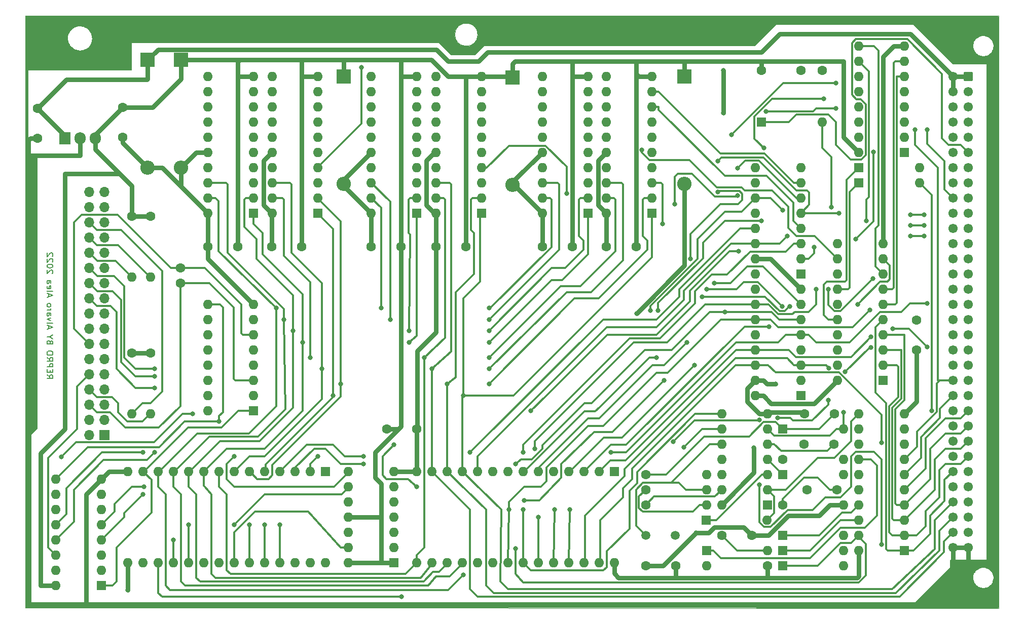
<source format=gbr>
%TF.GenerationSoftware,KiCad,Pcbnew,6.0.8-f2edbf62ab~116~ubuntu22.04.1*%
%TF.CreationDate,2022-10-02T00:14:38+02:00*%
%TF.ProjectId,ql_trump_v2_disk_interface,716c5f74-7275-46d7-905f-76325f646973,01*%
%TF.SameCoordinates,Original*%
%TF.FileFunction,Copper,L2,Bot*%
%TF.FilePolarity,Positive*%
%FSLAX46Y46*%
G04 Gerber Fmt 4.6, Leading zero omitted, Abs format (unit mm)*
G04 Created by KiCad (PCBNEW 6.0.8-f2edbf62ab~116~ubuntu22.04.1) date 2022-10-02 00:14:38*
%MOMM*%
%LPD*%
G01*
G04 APERTURE LIST*
G04 Aperture macros list*
%AMRoundRect*
0 Rectangle with rounded corners*
0 $1 Rounding radius*
0 $2 $3 $4 $5 $6 $7 $8 $9 X,Y pos of 4 corners*
0 Add a 4 corners polygon primitive as box body*
4,1,4,$2,$3,$4,$5,$6,$7,$8,$9,$2,$3,0*
0 Add four circle primitives for the rounded corners*
1,1,$1+$1,$2,$3*
1,1,$1+$1,$4,$5*
1,1,$1+$1,$6,$7*
1,1,$1+$1,$8,$9*
0 Add four rect primitives between the rounded corners*
20,1,$1+$1,$2,$3,$4,$5,0*
20,1,$1+$1,$4,$5,$6,$7,0*
20,1,$1+$1,$6,$7,$8,$9,0*
20,1,$1+$1,$8,$9,$2,$3,0*%
G04 Aperture macros list end*
%TA.AperFunction,Profile*%
%ADD10C,0.050000*%
%TD*%
%ADD11C,0.150000*%
%TA.AperFunction,NonConductor*%
%ADD12C,0.150000*%
%TD*%
%TA.AperFunction,ComponentPad*%
%ADD13R,1.905000X2.000000*%
%TD*%
%TA.AperFunction,ComponentPad*%
%ADD14O,1.905000X2.000000*%
%TD*%
%TA.AperFunction,ComponentPad*%
%ADD15R,1.600000X1.600000*%
%TD*%
%TA.AperFunction,ComponentPad*%
%ADD16O,1.600000X1.600000*%
%TD*%
%TA.AperFunction,ComponentPad*%
%ADD17C,1.600000*%
%TD*%
%TA.AperFunction,ComponentPad*%
%ADD18R,2.400000X2.400000*%
%TD*%
%TA.AperFunction,ComponentPad*%
%ADD19O,2.400000X2.400000*%
%TD*%
%TA.AperFunction,ComponentPad*%
%ADD20RoundRect,0.249999X-0.525001X0.525001X-0.525001X-0.525001X0.525001X-0.525001X0.525001X0.525001X0*%
%TD*%
%TA.AperFunction,ComponentPad*%
%ADD21C,1.550000*%
%TD*%
%TA.AperFunction,ComponentPad*%
%ADD22C,1.500000*%
%TD*%
%TA.AperFunction,ComponentPad*%
%ADD23R,1.700000X1.700000*%
%TD*%
%TA.AperFunction,ComponentPad*%
%ADD24O,1.700000X1.700000*%
%TD*%
%TA.AperFunction,ViaPad*%
%ADD25C,0.800000*%
%TD*%
%TA.AperFunction,ViaPad*%
%ADD26C,1.600000*%
%TD*%
%TA.AperFunction,Conductor*%
%ADD27C,0.750000*%
%TD*%
%TA.AperFunction,Conductor*%
%ADD28C,0.350000*%
%TD*%
G04 APERTURE END LIST*
D10*
X201422000Y-44323000D02*
X38862000Y-44323000D01*
X201422000Y-143383000D02*
X201422000Y-44323000D01*
X38862000Y-44323000D02*
X38862000Y-143344900D01*
X114427000Y-47498000D02*
G75*
G03*
X114427000Y-47498000I-1905000J0D01*
G01*
X38862000Y-143344900D02*
X201422000Y-143383000D01*
D11*
D12*
X42473619Y-104368952D02*
X42949809Y-104702285D01*
X42473619Y-104940380D02*
X43473619Y-104940380D01*
X43473619Y-104559428D01*
X43426000Y-104464190D01*
X43378380Y-104416571D01*
X43283142Y-104368952D01*
X43140285Y-104368952D01*
X43045047Y-104416571D01*
X42997428Y-104464190D01*
X42949809Y-104559428D01*
X42949809Y-104940380D01*
X42997428Y-103940380D02*
X42997428Y-103607047D01*
X42473619Y-103464190D02*
X42473619Y-103940380D01*
X43473619Y-103940380D01*
X43473619Y-103464190D01*
X42473619Y-103035619D02*
X43473619Y-103035619D01*
X43473619Y-102654666D01*
X43426000Y-102559428D01*
X43378380Y-102511809D01*
X43283142Y-102464190D01*
X43140285Y-102464190D01*
X43045047Y-102511809D01*
X42997428Y-102559428D01*
X42949809Y-102654666D01*
X42949809Y-103035619D01*
X42473619Y-101464190D02*
X42949809Y-101797523D01*
X42473619Y-102035619D02*
X43473619Y-102035619D01*
X43473619Y-101654666D01*
X43426000Y-101559428D01*
X43378380Y-101511809D01*
X43283142Y-101464190D01*
X43140285Y-101464190D01*
X43045047Y-101511809D01*
X42997428Y-101559428D01*
X42949809Y-101654666D01*
X42949809Y-102035619D01*
X43473619Y-100845142D02*
X43473619Y-100654666D01*
X43426000Y-100559428D01*
X43330761Y-100464190D01*
X43140285Y-100416571D01*
X42806952Y-100416571D01*
X42616476Y-100464190D01*
X42521238Y-100559428D01*
X42473619Y-100654666D01*
X42473619Y-100845142D01*
X42521238Y-100940380D01*
X42616476Y-101035619D01*
X42806952Y-101083238D01*
X43140285Y-101083238D01*
X43330761Y-101035619D01*
X43426000Y-100940380D01*
X43473619Y-100845142D01*
X42997428Y-98892761D02*
X42949809Y-98749904D01*
X42902190Y-98702285D01*
X42806952Y-98654666D01*
X42664095Y-98654666D01*
X42568857Y-98702285D01*
X42521238Y-98749904D01*
X42473619Y-98845142D01*
X42473619Y-99226095D01*
X43473619Y-99226095D01*
X43473619Y-98892761D01*
X43426000Y-98797523D01*
X43378380Y-98749904D01*
X43283142Y-98702285D01*
X43187904Y-98702285D01*
X43092666Y-98749904D01*
X43045047Y-98797523D01*
X42997428Y-98892761D01*
X42997428Y-99226095D01*
X42949809Y-98035619D02*
X42473619Y-98035619D01*
X43473619Y-98368952D02*
X42949809Y-98035619D01*
X43473619Y-97702285D01*
X42759333Y-96654666D02*
X42759333Y-96178476D01*
X42473619Y-96749904D02*
X43473619Y-96416571D01*
X42473619Y-96083238D01*
X42473619Y-95607047D02*
X42521238Y-95702285D01*
X42616476Y-95749904D01*
X43473619Y-95749904D01*
X43140285Y-95321333D02*
X42473619Y-95083238D01*
X43140285Y-94845142D01*
X42473619Y-94035619D02*
X42997428Y-94035619D01*
X43092666Y-94083238D01*
X43140285Y-94178476D01*
X43140285Y-94368952D01*
X43092666Y-94464190D01*
X42521238Y-94035619D02*
X42473619Y-94130857D01*
X42473619Y-94368952D01*
X42521238Y-94464190D01*
X42616476Y-94511809D01*
X42711714Y-94511809D01*
X42806952Y-94464190D01*
X42854571Y-94368952D01*
X42854571Y-94130857D01*
X42902190Y-94035619D01*
X42473619Y-93559428D02*
X43140285Y-93559428D01*
X42949809Y-93559428D02*
X43045047Y-93511809D01*
X43092666Y-93464190D01*
X43140285Y-93368952D01*
X43140285Y-93273714D01*
X42473619Y-92797523D02*
X42521238Y-92892761D01*
X42568857Y-92940380D01*
X42664095Y-92988000D01*
X42949809Y-92988000D01*
X43045047Y-92940380D01*
X43092666Y-92892761D01*
X43140285Y-92797523D01*
X43140285Y-92654666D01*
X43092666Y-92559428D01*
X43045047Y-92511809D01*
X42949809Y-92464190D01*
X42664095Y-92464190D01*
X42568857Y-92511809D01*
X42521238Y-92559428D01*
X42473619Y-92654666D01*
X42473619Y-92797523D01*
X42759333Y-91321333D02*
X42759333Y-90845142D01*
X42473619Y-91416571D02*
X43473619Y-91083238D01*
X42473619Y-90749904D01*
X42473619Y-90273714D02*
X42521238Y-90368952D01*
X42616476Y-90416571D01*
X43473619Y-90416571D01*
X42521238Y-89511809D02*
X42473619Y-89607047D01*
X42473619Y-89797523D01*
X42521238Y-89892761D01*
X42616476Y-89940380D01*
X42997428Y-89940380D01*
X43092666Y-89892761D01*
X43140285Y-89797523D01*
X43140285Y-89607047D01*
X43092666Y-89511809D01*
X42997428Y-89464190D01*
X42902190Y-89464190D01*
X42806952Y-89940380D01*
X42473619Y-88607047D02*
X42997428Y-88607047D01*
X43092666Y-88654666D01*
X43140285Y-88749904D01*
X43140285Y-88940380D01*
X43092666Y-89035619D01*
X42521238Y-88607047D02*
X42473619Y-88702285D01*
X42473619Y-88940380D01*
X42521238Y-89035619D01*
X42616476Y-89083238D01*
X42711714Y-89083238D01*
X42806952Y-89035619D01*
X42854571Y-88940380D01*
X42854571Y-88702285D01*
X42902190Y-88607047D01*
X43378380Y-87416571D02*
X43426000Y-87368952D01*
X43473619Y-87273714D01*
X43473619Y-87035619D01*
X43426000Y-86940380D01*
X43378380Y-86892761D01*
X43283142Y-86845142D01*
X43187904Y-86845142D01*
X43045047Y-86892761D01*
X42473619Y-87464190D01*
X42473619Y-86845142D01*
X43473619Y-86226095D02*
X43473619Y-86130857D01*
X43426000Y-86035619D01*
X43378380Y-85988000D01*
X43283142Y-85940380D01*
X43092666Y-85892761D01*
X42854571Y-85892761D01*
X42664095Y-85940380D01*
X42568857Y-85988000D01*
X42521238Y-86035619D01*
X42473619Y-86130857D01*
X42473619Y-86226095D01*
X42521238Y-86321333D01*
X42568857Y-86368952D01*
X42664095Y-86416571D01*
X42854571Y-86464190D01*
X43092666Y-86464190D01*
X43283142Y-86416571D01*
X43378380Y-86368952D01*
X43426000Y-86321333D01*
X43473619Y-86226095D01*
X43378380Y-85511809D02*
X43426000Y-85464190D01*
X43473619Y-85368952D01*
X43473619Y-85130857D01*
X43426000Y-85035619D01*
X43378380Y-84988000D01*
X43283142Y-84940380D01*
X43187904Y-84940380D01*
X43045047Y-84988000D01*
X42473619Y-85559428D01*
X42473619Y-84940380D01*
X43378380Y-84559428D02*
X43426000Y-84511809D01*
X43473619Y-84416571D01*
X43473619Y-84178476D01*
X43426000Y-84083238D01*
X43378380Y-84035619D01*
X43283142Y-83988000D01*
X43187904Y-83988000D01*
X43045047Y-84035619D01*
X42473619Y-84607047D01*
X42473619Y-83988000D01*
D13*
%TO.P,U18,1,VI*%
%TO.N,+9V*%
X45466000Y-64793000D03*
D14*
%TO.P,U18,2,GND*%
%TO.N,GND*%
X48006000Y-64793000D03*
%TO.P,U18,3,VO*%
%TO.N,+5V*%
X50546000Y-64793000D03*
%TD*%
D15*
%TO.P,U6,1,S*%
%TO.N,/MUX*%
X168402000Y-87503000D03*
D16*
%TO.P,U6,2,I0a*%
%TO.N,/A7*%
X168402000Y-84963000D03*
%TO.P,U6,3,I1a*%
%TO.N,/A5*%
X168402000Y-82423000D03*
%TO.P,U6,4,Za*%
%TO.N,/MA2*%
X168402000Y-79883000D03*
%TO.P,U6,5,I0b*%
%TO.N,/A6*%
X168402000Y-77343000D03*
%TO.P,U6,6,I1b*%
%TO.N,/A4*%
X168402000Y-74803000D03*
%TO.P,U6,7,Zb*%
%TO.N,/MA3*%
X168402000Y-72263000D03*
%TO.P,U6,8,GND*%
%TO.N,GND*%
X168402000Y-69723000D03*
%TO.P,U6,9,Zc*%
%TO.N,/MA4*%
X160782000Y-69723000D03*
%TO.P,U6,10,I1c*%
%TO.N,/A2*%
X160782000Y-72263000D03*
%TO.P,U6,11,I0c*%
%TO.N,/A3*%
X160782000Y-74803000D03*
%TO.P,U6,12,Zd*%
%TO.N,/MA5*%
X160782000Y-77343000D03*
%TO.P,U6,13,I1d*%
%TO.N,/A1*%
X160782000Y-79883000D03*
%TO.P,U6,14,I0d*%
%TO.N,/A0*%
X160782000Y-82423000D03*
%TO.P,U6,15,E*%
%TO.N,GND*%
X160782000Y-84963000D03*
%TO.P,U6,16,VCC*%
%TO.N,+5V*%
X160782000Y-87503000D03*
%TD*%
D17*
%TO.P,C3,1*%
%TO.N,Net-(C3-Pad1)*%
X173910000Y-115951000D03*
%TO.P,C3,2*%
%TO.N,GND*%
X168910000Y-115951000D03*
%TD*%
%TO.P,C15,1*%
%TO.N,+9V*%
X40894000Y-59793000D03*
%TO.P,C15,2*%
%TO.N,GND*%
X40894000Y-64793000D03*
%TD*%
D18*
%TO.P,C25,1*%
%TO.N,+5V*%
X148982500Y-54483000D03*
D19*
%TO.P,C25,2*%
%TO.N,GND*%
X148982500Y-72483000D03*
%TD*%
D15*
%TO.P,U10,1,D0*%
%TO.N,/D4*%
X104257000Y-77338000D03*
D16*
%TO.P,U10,2,D1*%
%TO.N,/D5*%
X104257000Y-74798000D03*
%TO.P,U10,3,~{WR}*%
%TO.N,/RW*%
X104257000Y-72258000D03*
%TO.P,U10,4,~{RAS}*%
%TO.N,/RAS1*%
X104257000Y-69718000D03*
%TO.P,U10,5,N.C.*%
%TO.N,unconnected-(U10-Pad5)*%
X104257000Y-67178000D03*
%TO.P,U10,6,A0*%
%TO.N,/MA0*%
X104257000Y-64638000D03*
%TO.P,U10,7,A1*%
%TO.N,/MA1*%
X104257000Y-62098000D03*
%TO.P,U10,8,A2*%
%TO.N,/MA2*%
X104257000Y-59558000D03*
%TO.P,U10,9,A3*%
%TO.N,/MA3*%
X104257000Y-57018000D03*
%TO.P,U10,10,VCC*%
%TO.N,+5V*%
X104257000Y-54478000D03*
%TO.P,U10,11,A4*%
%TO.N,/MA4*%
X96637000Y-54478000D03*
%TO.P,U10,12,A5*%
%TO.N,/MA5*%
X96637000Y-57018000D03*
%TO.P,U10,13,A6*%
%TO.N,/MA6*%
X96637000Y-59558000D03*
%TO.P,U10,14,A7*%
%TO.N,/MA7*%
X96637000Y-62098000D03*
%TO.P,U10,15,A8*%
%TO.N,/MA8*%
X96637000Y-64638000D03*
%TO.P,U10,16,~{OE}*%
%TO.N,GND*%
X96637000Y-67178000D03*
%TO.P,U10,17,~{CAS}*%
%TO.N,/CAS*%
X96637000Y-69718000D03*
%TO.P,U10,18,D2*%
%TO.N,/D6*%
X96637000Y-72258000D03*
%TO.P,U10,19,D3*%
%TO.N,/D7*%
X96637000Y-74798000D03*
%TO.P,U10,20,GND*%
%TO.N,GND*%
X96637000Y-77338000D03*
%TD*%
D17*
%TO.P,R4,1*%
%TO.N,Net-(C2-Pad2)*%
X142494000Y-121031000D03*
D16*
%TO.P,R4,2*%
%TO.N,GND*%
X152654000Y-121031000D03*
%TD*%
D15*
%TO.P,U2,1,I1/CLK*%
%TO.N,Net-(U1-Pad13)*%
X182118000Y-105283000D03*
D16*
%TO.P,U2,2,I2*%
%TO.N,/A19*%
X182118000Y-102743000D03*
%TO.P,U2,3,I3*%
%TO.N,/A18*%
X182118000Y-100203000D03*
%TO.P,U2,4,I4*%
%TO.N,/A17*%
X182118000Y-97663000D03*
%TO.P,U2,5,I5*%
%TO.N,/DS*%
X182118000Y-95123000D03*
%TO.P,U2,6,I6*%
%TO.N,Net-(U2-Pad6)*%
X182118000Y-92583000D03*
%TO.P,U2,7,I7*%
%TO.N,Net-(U2-Pad7)*%
X182118000Y-90043000D03*
%TO.P,U2,8,I8*%
%TO.N,Net-(U2-Pad8)*%
X182118000Y-87503000D03*
%TO.P,U2,9,I9*%
%TO.N,/GAL2_P9*%
X182118000Y-84963000D03*
%TO.P,U2,10,GND*%
%TO.N,GND*%
X182118000Y-82423000D03*
%TO.P,U2,11,I10/~{OE}*%
%TO.N,Net-(C2-Pad2)*%
X174498000Y-82423000D03*
%TO.P,U2,12,IO8*%
%TO.N,/CAS*%
X174498000Y-84963000D03*
%TO.P,U2,13,IO7*%
%TO.N,/MUX*%
X174498000Y-87503000D03*
%TO.P,U2,14,IO6*%
%TO.N,Net-(D3-Pad1)*%
X174498000Y-90043000D03*
%TO.P,U2,15,IO5*%
%TO.N,/GAL2_P15*%
X174498000Y-92583000D03*
%TO.P,U2,16,IO4*%
%TO.N,Net-(D2-Pad1)*%
X174498000Y-95123000D03*
%TO.P,U2,17,I03*%
%TO.N,/RAS2*%
X174498000Y-97663000D03*
%TO.P,U2,18,IO2*%
%TO.N,/RAS1*%
X174498000Y-100203000D03*
%TO.P,U2,19,IO1*%
%TO.N,/RAS0*%
X174498000Y-102743000D03*
%TO.P,U2,20,VCC*%
%TO.N,+5V*%
X174498000Y-105283000D03*
%TD*%
D15*
%TO.P,U7,1,D0*%
%TO.N,/D0*%
X143510000Y-77343000D03*
D16*
%TO.P,U7,2,D1*%
%TO.N,/D1*%
X143510000Y-74803000D03*
%TO.P,U7,3,~{WR}*%
%TO.N,/RW*%
X143510000Y-72263000D03*
%TO.P,U7,4,~{RAS}*%
%TO.N,/RAS2*%
X143510000Y-69723000D03*
%TO.P,U7,5,N.C.*%
%TO.N,unconnected-(U7-Pad5)*%
X143510000Y-67183000D03*
%TO.P,U7,6,A0*%
%TO.N,/MA0*%
X143510000Y-64643000D03*
%TO.P,U7,7,A1*%
%TO.N,/MA1*%
X143510000Y-62103000D03*
%TO.P,U7,8,A2*%
%TO.N,/MA2*%
X143510000Y-59563000D03*
%TO.P,U7,9,A3*%
%TO.N,/MA3*%
X143510000Y-57023000D03*
%TO.P,U7,10,VCC*%
%TO.N,+5V*%
X143510000Y-54483000D03*
%TO.P,U7,11,A4*%
%TO.N,/MA4*%
X135890000Y-54483000D03*
%TO.P,U7,12,A5*%
%TO.N,/MA5*%
X135890000Y-57023000D03*
%TO.P,U7,13,A6*%
%TO.N,/MA6*%
X135890000Y-59563000D03*
%TO.P,U7,14,A7*%
%TO.N,/MA7*%
X135890000Y-62103000D03*
%TO.P,U7,15,A8*%
%TO.N,/MA8*%
X135890000Y-64643000D03*
%TO.P,U7,16,~{OE}*%
%TO.N,GND*%
X135890000Y-67183000D03*
%TO.P,U7,17,~{CAS}*%
%TO.N,/CAS*%
X135890000Y-69723000D03*
%TO.P,U7,18,D2*%
%TO.N,/D2*%
X135890000Y-72263000D03*
%TO.P,U7,19,D3*%
%TO.N,/D3*%
X135890000Y-74803000D03*
%TO.P,U7,20,GND*%
%TO.N,GND*%
X135890000Y-77343000D03*
%TD*%
D15*
%TO.P,U14,1,VPP*%
%TO.N,+5V*%
X137287000Y-120523000D03*
D16*
%TO.P,U14,2,A12*%
%TO.N,/A12*%
X134747000Y-120523000D03*
%TO.P,U14,3,A7*%
%TO.N,/A7*%
X132207000Y-120523000D03*
%TO.P,U14,4,A6*%
%TO.N,/A6*%
X129667000Y-120523000D03*
%TO.P,U14,5,A5*%
%TO.N,/A5*%
X127127000Y-120523000D03*
%TO.P,U14,6,A4*%
%TO.N,/A4*%
X124587000Y-120523000D03*
%TO.P,U14,7,A3*%
%TO.N,/A3*%
X122047000Y-120523000D03*
%TO.P,U14,8,A2*%
%TO.N,/A2*%
X119507000Y-120523000D03*
%TO.P,U14,9,A1*%
%TO.N,/A1*%
X116967000Y-120523000D03*
%TO.P,U14,10,A0*%
%TO.N,/A0*%
X114427000Y-120523000D03*
%TO.P,U14,11,D0*%
%TO.N,/D0*%
X111887000Y-120523000D03*
%TO.P,U14,12,D1*%
%TO.N,/D1*%
X109347000Y-120523000D03*
%TO.P,U14,13,D2*%
%TO.N,/D2*%
X106807000Y-120523000D03*
%TO.P,U14,14,GND*%
%TO.N,GND*%
X104267000Y-120523000D03*
%TO.P,U14,15,D3*%
%TO.N,/D3*%
X104267000Y-135763000D03*
%TO.P,U14,16,D4*%
%TO.N,/D4*%
X106807000Y-135763000D03*
%TO.P,U14,17,D5*%
%TO.N,/D5*%
X109347000Y-135763000D03*
%TO.P,U14,18,D6*%
%TO.N,/D6*%
X111887000Y-135763000D03*
%TO.P,U14,19,D7*%
%TO.N,/D7*%
X114427000Y-135763000D03*
%TO.P,U14,20,~{CE}*%
%TO.N,/ROM_CE*%
X116967000Y-135763000D03*
%TO.P,U14,21,A10*%
%TO.N,/A10*%
X119507000Y-135763000D03*
%TO.P,U14,22,~{OE}*%
%TO.N,/ROM_OE*%
X122047000Y-135763000D03*
%TO.P,U14,23,A11*%
%TO.N,/A11*%
X124587000Y-135763000D03*
%TO.P,U14,24,A9*%
%TO.N,/A9*%
X127127000Y-135763000D03*
%TO.P,U14,25,A8*%
%TO.N,/A8*%
X129667000Y-135763000D03*
%TO.P,U14,26,A13*%
%TO.N,/A13*%
X132207000Y-135763000D03*
%TO.P,U14,27,A14*%
%TO.N,/A14*%
X134747000Y-135763000D03*
%TO.P,U14,28,VCC*%
%TO.N,+5V*%
X137287000Y-135763000D03*
%TD*%
D15*
%TO.P,D8,1,K*%
%TO.N,/ROM_CE*%
X165354000Y-136271000D03*
D16*
%TO.P,D8,2,A*%
%TO.N,/DTACKL*%
X175514000Y-136271000D03*
%TD*%
D20*
%TO.P,J1,a1,Vin*%
%TO.N,+9V*%
X196342000Y-54483000D03*
D21*
%TO.P,J1,a2,-12V*%
%TO.N,unconnected-(J1-Pada2)*%
X196342000Y-57023000D03*
%TO.P,J1,a3,+12V*%
%TO.N,unconnected-(J1-Pada3)*%
X196342000Y-59563000D03*
%TO.P,J1,a4,SP0*%
%TO.N,/SP0*%
X196342000Y-62103000D03*
%TO.P,J1,a5,SP1*%
%TO.N,/SP1*%
X196342000Y-64643000D03*
%TO.P,J1,a6,~{DSMC}*%
%TO.N,/DSMC*%
X196342000Y-67183000D03*
%TO.P,J1,a7,SP2*%
%TO.N,/SP2*%
X196342000Y-69723000D03*
%TO.P,J1,a8,~{DBG}*%
%TO.N,unconnected-(J1-Pada8)*%
X196342000Y-72263000D03*
%TO.P,J1,a9,A3*%
%TO.N,/A3*%
X196342000Y-74803000D03*
%TO.P,J1,a10,A4*%
%TO.N,/A4*%
X196342000Y-77343000D03*
%TO.P,J1,a11,A5*%
%TO.N,/A5*%
X196342000Y-79883000D03*
%TO.P,J1,a12,A6*%
%TO.N,/A6*%
X196342000Y-82423000D03*
%TO.P,J1,a13,A7*%
%TO.N,/A7*%
X196342000Y-84963000D03*
%TO.P,J1,a14,A8*%
%TO.N,/A8*%
X196342000Y-87503000D03*
%TO.P,J1,a15,A9*%
%TO.N,/A9*%
X196342000Y-90043000D03*
%TO.P,J1,a16,A10*%
%TO.N,/A10*%
X196342000Y-92583000D03*
%TO.P,J1,a17,A11*%
%TO.N,/A11*%
X196342000Y-95123000D03*
%TO.P,J1,a18,A12*%
%TO.N,/A12*%
X196342000Y-97663000D03*
%TO.P,J1,a19,A13*%
%TO.N,/A13*%
X196342000Y-100203000D03*
%TO.P,J1,a20,A14*%
%TO.N,/A14*%
X196342000Y-102743000D03*
%TO.P,J1,a21,RED*%
%TO.N,unconnected-(J1-Pada21)*%
X196342000Y-105283000D03*
%TO.P,J1,a22,CLKCPU*%
%TO.N,unconnected-(J1-Pada22)*%
X196342000Y-107823000D03*
%TO.P,J1,a23,A16*%
%TO.N,/A16*%
X196342000Y-110363000D03*
%TO.P,J1,a24,A17*%
%TO.N,/A17*%
X196342000Y-112903000D03*
%TO.P,J1,a25,A18*%
%TO.N,/A18*%
X196342000Y-115443000D03*
%TO.P,J1,a26,A19*%
%TO.N,/A19*%
X196342000Y-117983000D03*
%TO.P,J1,a27,D7*%
%TO.N,/D7*%
X196342000Y-120523000D03*
%TO.P,J1,a28,D6*%
%TO.N,/D6*%
X196342000Y-123063000D03*
%TO.P,J1,a29,D5*%
%TO.N,/D5*%
X196342000Y-125603000D03*
%TO.P,J1,a30,D4*%
%TO.N,/D4*%
X196342000Y-128143000D03*
%TO.P,J1,a31,D3*%
%TO.N,/D3*%
X196342000Y-130683000D03*
%TO.P,J1,a32,GND*%
%TO.N,GND*%
X196342000Y-133223000D03*
%TO.P,J1,b1,Vin*%
%TO.N,+9V*%
X193802000Y-54483000D03*
%TO.P,J1,b2,Vin*%
X193802000Y-57023000D03*
%TO.P,J1,b3,~{EXTINT}*%
%TO.N,/EXTINTL*%
X193802000Y-59563000D03*
%TO.P,J1,b4,~{IPL1}*%
%TO.N,unconnected-(J1-Padb4)*%
X193802000Y-62103000D03*
%TO.P,J1,b5,~{BERR}*%
%TO.N,unconnected-(J1-Padb5)*%
X193802000Y-64643000D03*
%TO.P,J1,b6,~{IPLO}*%
%TO.N,unconnected-(J1-Padb6)*%
X193802000Y-67183000D03*
%TO.P,J1,b7,SP3*%
%TO.N,/SP3*%
X193802000Y-69723000D03*
%TO.P,J1,b8,A2*%
%TO.N,/A2*%
X193802000Y-72263000D03*
%TO.P,J1,b9,G9*%
%TO.N,/A1*%
X193802000Y-74803000D03*
%TO.P,J1,b10,ROMOEH*%
%TO.N,unconnected-(J1-Padb10)*%
X193802000Y-77343000D03*
%TO.P,J1,b11,A0*%
%TO.N,/A0*%
X193802000Y-79883000D03*
%TO.P,J1,b12,FC0*%
%TO.N,unconnected-(J1-Padb12)*%
X193802000Y-82423000D03*
%TO.P,J1,b13,FC1*%
%TO.N,unconnected-(J1-Padb13)*%
X193802000Y-84963000D03*
%TO.P,J1,b14,FC2*%
%TO.N,unconnected-(J1-Padb14)*%
X193802000Y-87503000D03*
%TO.P,J1,b15,BLUE*%
%TO.N,unconnected-(J1-Padb15)*%
X193802000Y-90043000D03*
%TO.P,J1,b16,GREEN*%
%TO.N,unconnected-(J1-Padb16)*%
X193802000Y-92583000D03*
%TO.P,J1,b17,~{VPA}*%
%TO.N,/VPA*%
X193802000Y-95123000D03*
%TO.P,J1,b18,VSYNCH*%
%TO.N,unconnected-(J1-Padb18)*%
X193802000Y-97663000D03*
%TO.P,J1,b19,E*%
%TO.N,/E*%
X193802000Y-100203000D03*
%TO.P,J1,b20,~{CSYNC}*%
%TO.N,unconnected-(J1-Padb20)*%
X193802000Y-102743000D03*
%TO.P,J1,b21,~{RESETCPU}*%
%TO.N,/RESET*%
X193802000Y-105283000D03*
%TO.P,J1,b22,A15*%
%TO.N,/A15*%
X193802000Y-107823000D03*
%TO.P,J1,b23,~{BR}*%
%TO.N,unconnected-(J1-Padb23)*%
X193802000Y-110363000D03*
%TO.P,J1,b24,~{BG}*%
%TO.N,unconnected-(J1-Padb24)*%
X193802000Y-112903000D03*
%TO.P,J1,b25,~{DTACK}*%
%TO.N,/DTACKL*%
X193802000Y-115443000D03*
%TO.P,J1,b26,~{DRW}*%
%TO.N,/RW*%
X193802000Y-117983000D03*
%TO.P,J1,b27,~{DS}*%
%TO.N,/DS*%
X193802000Y-120523000D03*
%TO.P,J1,b28,~{AS}*%
%TO.N,unconnected-(J1-Padb28)*%
X193802000Y-123063000D03*
%TO.P,J1,b29,D0*%
%TO.N,/D0*%
X193802000Y-125603000D03*
%TO.P,J1,b30,D1*%
%TO.N,/D1*%
X193802000Y-128143000D03*
%TO.P,J1,b31,D2*%
%TO.N,/D2*%
X193802000Y-130683000D03*
%TO.P,J1,b32,GND*%
%TO.N,GND*%
X193802000Y-133223000D03*
%TD*%
D22*
%TO.P,Y1,1,1*%
%TO.N,/CLK*%
X142494000Y-131191000D03*
%TO.P,Y1,2,2*%
%TO.N,Net-(R6-Pad1)*%
X147394000Y-131191000D03*
%TD*%
D15*
%TO.P,D10,1,K*%
%TO.N,/CLKCT*%
X152654000Y-133731000D03*
D16*
%TO.P,D10,2,A*%
%TO.N,Net-(C5-Pad1)*%
X162814000Y-133731000D03*
%TD*%
D23*
%TO.P,J2,1,Pin_1*%
%TO.N,GND*%
X52070000Y-114427000D03*
D24*
%TO.P,J2,2,Pin_2*%
%TO.N,unconnected-(J2-Pad2)*%
X49530000Y-114427000D03*
%TO.P,J2,3,Pin_3*%
%TO.N,GND*%
X52070000Y-111887000D03*
%TO.P,J2,4,Pin_4*%
%TO.N,unconnected-(J2-Pad4)*%
X49530000Y-111887000D03*
%TO.P,J2,5,Pin_5*%
%TO.N,GND*%
X52070000Y-109347000D03*
%TO.P,J2,6,Pin_6*%
%TO.N,/DS3*%
X49530000Y-109347000D03*
%TO.P,J2,7,Pin_7*%
%TO.N,GND*%
X52070000Y-106807000D03*
%TO.P,J2,8,Pin_8*%
%TO.N,/FDC_IP*%
X49530000Y-106807000D03*
%TO.P,J2,9,Pin_9*%
%TO.N,GND*%
X52070000Y-104267000D03*
%TO.P,J2,10,Pin_10*%
%TO.N,/DS0*%
X49530000Y-104267000D03*
%TO.P,J2,11,Pin_11*%
%TO.N,GND*%
X52070000Y-101727000D03*
%TO.P,J2,12,Pin_12*%
%TO.N,/DS1*%
X49530000Y-101727000D03*
%TO.P,J2,13,Pin_13*%
%TO.N,GND*%
X52070000Y-99187000D03*
%TO.P,J2,14,Pin_14*%
%TO.N,/DS2*%
X49530000Y-99187000D03*
%TO.P,J2,15,Pin_15*%
%TO.N,GND*%
X52070000Y-96647000D03*
%TO.P,J2,16,Pin_16*%
%TO.N,/MOTOR_ON*%
X49530000Y-96647000D03*
%TO.P,J2,17,Pin_17*%
%TO.N,GND*%
X52070000Y-94107000D03*
%TO.P,J2,18,Pin_18*%
%TO.N,/DIR*%
X49530000Y-94107000D03*
%TO.P,J2,19,Pin_19*%
%TO.N,GND*%
X52070000Y-91567000D03*
%TO.P,J2,20,Pin_20*%
%TO.N,/STEP*%
X49530000Y-91567000D03*
%TO.P,J2,21,Pin_21*%
%TO.N,GND*%
X52070000Y-89027000D03*
%TO.P,J2,22,Pin_22*%
%TO.N,/DATA_WR*%
X49530000Y-89027000D03*
%TO.P,J2,23,Pin_23*%
%TO.N,GND*%
X52070000Y-86487000D03*
%TO.P,J2,24,Pin_24*%
%TO.N,/GATE_WR*%
X49530000Y-86487000D03*
%TO.P,J2,25,Pin_25*%
%TO.N,GND*%
X52070000Y-83947000D03*
%TO.P,J2,26,Pin_26*%
%TO.N,/FDC_T0*%
X49530000Y-83947000D03*
%TO.P,J2,27,Pin_27*%
%TO.N,GND*%
X52070000Y-81407000D03*
%TO.P,J2,28,Pin_28*%
%TO.N,/FDC_WPRT*%
X49530000Y-81407000D03*
%TO.P,J2,29,Pin_29*%
%TO.N,GND*%
X52070000Y-78867000D03*
%TO.P,J2,30,Pin_30*%
%TO.N,/FDC_RD*%
X49530000Y-78867000D03*
%TO.P,J2,31,Pin_31*%
%TO.N,GND*%
X52070000Y-76327000D03*
%TO.P,J2,32,Pin_32*%
%TO.N,/HEAD*%
X49530000Y-76327000D03*
%TO.P,J2,33,Pin_33*%
%TO.N,GND*%
X52070000Y-73787000D03*
%TO.P,J2,34,Pin_34*%
%TO.N,unconnected-(J2-Pad34)*%
X49530000Y-73787000D03*
%TD*%
D17*
%TO.P,J3,1,Pin_1*%
%TO.N,GND*%
X168402000Y-53467000D03*
%TD*%
%TO.P,R3,1*%
%TO.N,+5V*%
X162814000Y-136271000D03*
D16*
%TO.P,R3,2*%
%TO.N,Net-(C5-Pad1)*%
X152654000Y-136271000D03*
%TD*%
D17*
%TO.P,C13,1*%
%TO.N,+5V*%
X55118000Y-59643000D03*
%TO.P,C13,2*%
%TO.N,GND*%
X55118000Y-64643000D03*
%TD*%
%TO.P,C20,1*%
%TO.N,+5V*%
X101647000Y-82931000D03*
%TO.P,C20,2*%
%TO.N,GND*%
X96647000Y-82931000D03*
%TD*%
D15*
%TO.P,U13,1,~{CS}*%
%TO.N,/FDCON_CS*%
X89027000Y-120523000D03*
D16*
%TO.P,U13,2,R/~{W}*%
%TO.N,/RW*%
X86487000Y-120523000D03*
%TO.P,U13,3,A0*%
%TO.N,/A0*%
X83947000Y-120523000D03*
%TO.P,U13,4,A1*%
%TO.N,/A1*%
X81407000Y-120523000D03*
%TO.P,U13,5,DI0*%
%TO.N,/D0*%
X78867000Y-120523000D03*
%TO.P,U13,6,DI1*%
%TO.N,/D1*%
X76327000Y-120523000D03*
%TO.P,U13,7,DI2*%
%TO.N,/D2*%
X73787000Y-120523000D03*
%TO.P,U13,8,DI3*%
%TO.N,/D3*%
X71247000Y-120523000D03*
%TO.P,U13,9,DI4*%
%TO.N,/D4*%
X68707000Y-120523000D03*
%TO.P,U13,10,DI5*%
%TO.N,/D5*%
X66167000Y-120523000D03*
%TO.P,U13,11,DI6*%
%TO.N,/D6*%
X63627000Y-120523000D03*
%TO.P,U13,12,DI7*%
%TO.N,/D7*%
X61087000Y-120523000D03*
%TO.P,U13,13,~{MR}*%
%TO.N,/RESET*%
X58547000Y-120523000D03*
%TO.P,U13,14,GND*%
%TO.N,GND*%
X56007000Y-120523000D03*
%TO.P,U13,15,VCC*%
%TO.N,+5V*%
X56007000Y-135763000D03*
%TO.P,U13,16,STEP*%
%TO.N,/FDC_STEP*%
X58547000Y-135763000D03*
%TO.P,U13,17,DIRC*%
%TO.N,/FDC_DIR*%
X61087000Y-135763000D03*
%TO.P,U13,18,CLK*%
%TO.N,/CLK*%
X63627000Y-135763000D03*
%TO.P,U13,19,~{RD}*%
%TO.N,/FDC_RD*%
X66167000Y-135763000D03*
%TO.P,U13,20,MOTOR*%
%TO.N,unconnected-(U13-Pad20)*%
X68707000Y-135763000D03*
%TO.P,U13,21,WG*%
%TO.N,/FDC_WG*%
X71247000Y-135763000D03*
%TO.P,U13,22,WD*%
%TO.N,/FDC_WD*%
X73787000Y-135763000D03*
%TO.P,U13,23,~{TR00}*%
%TO.N,/FDC_T0*%
X76327000Y-135763000D03*
%TO.P,U13,24,~{IP}*%
%TO.N,/FDC_IP*%
X78867000Y-135763000D03*
%TO.P,U13,25,~{WPRT}*%
%TO.N,/FDC_WPRT*%
X81407000Y-135763000D03*
%TO.P,U13,26,~{DDEN}*%
%TO.N,GND*%
X83947000Y-135763000D03*
%TO.P,U13,27,DRQ*%
%TO.N,unconnected-(U13-Pad27)*%
X86487000Y-135763000D03*
%TO.P,U13,28,INTRQ*%
%TO.N,unconnected-(U13-Pad28)*%
X89027000Y-135763000D03*
%TD*%
D17*
%TO.P,C17,1*%
%TO.N,+5V*%
X140890000Y-82931000D03*
%TO.P,C17,2*%
%TO.N,GND*%
X135890000Y-82931000D03*
%TD*%
%TO.P,C12,1*%
%TO.N,+5V*%
X99227000Y-113411000D03*
%TO.P,C12,2*%
%TO.N,GND*%
X104227000Y-113411000D03*
%TD*%
%TO.P,J5,1,Pin_1*%
%TO.N,+5V*%
X161798000Y-53467000D03*
%TD*%
D15*
%TO.P,D2,1,K*%
%TO.N,Net-(D2-Pad1)*%
X178054000Y-69723000D03*
D16*
%TO.P,D2,2,A*%
%TO.N,/DTACKL*%
X188214000Y-69723000D03*
%TD*%
D17*
%TO.P,R6,1*%
%TO.N,Net-(R6-Pad1)*%
X142494000Y-126111000D03*
D16*
%TO.P,R6,2*%
%TO.N,Net-(R5-Pad1)*%
X152654000Y-126111000D03*
%TD*%
D18*
%TO.P,C16,1*%
%TO.N,+5V*%
X64885500Y-51723000D03*
D19*
%TO.P,C16,2*%
%TO.N,GND*%
X64885500Y-69723000D03*
%TD*%
D17*
%TO.P,J4,1,Pin_1*%
%TO.N,GND*%
X171958000Y-53467000D03*
%TD*%
D15*
%TO.P,U1,1,I1/CLK*%
%TO.N,/DS*%
X185674000Y-133731000D03*
D16*
%TO.P,U1,2,I2*%
%TO.N,/A19*%
X185674000Y-131191000D03*
%TO.P,U1,3,I3*%
%TO.N,/A18*%
X185674000Y-128651000D03*
%TO.P,U1,4,I4*%
%TO.N,/A17*%
X185674000Y-126111000D03*
%TO.P,U1,5,I5*%
%TO.N,/A16*%
X185674000Y-123571000D03*
%TO.P,U1,6,I6*%
%TO.N,/A15*%
X185674000Y-121031000D03*
%TO.P,U1,7,I7*%
%TO.N,/RESET*%
X185674000Y-118491000D03*
%TO.P,U1,8,I8*%
%TO.N,/A14*%
X185674000Y-115951000D03*
%TO.P,U1,9,I9*%
%TO.N,/A13*%
X185674000Y-113411000D03*
%TO.P,U1,10,GND*%
%TO.N,GND*%
X185674000Y-110871000D03*
%TO.P,U1,11,I10/~{OE}*%
%TO.N,/MUX*%
X178054000Y-110871000D03*
%TO.P,U1,12,IO8*%
%TO.N,Net-(D1-Pad2)*%
X178054000Y-113411000D03*
%TO.P,U1,13,IO7*%
%TO.N,Net-(U1-Pad13)*%
X178054000Y-115951000D03*
%TO.P,U1,14,IO6*%
%TO.N,/CLKCT*%
X178054000Y-118491000D03*
%TO.P,U1,15,IO5*%
%TO.N,/MA8*%
X178054000Y-121031000D03*
%TO.P,U1,16,IO4*%
%TO.N,unconnected-(U1-Pad16)*%
X178054000Y-123571000D03*
%TO.P,U1,17,I03*%
%TO.N,/FDCON_CS*%
X178054000Y-126111000D03*
%TO.P,U1,18,IO2*%
%TO.N,/CS175*%
X178054000Y-128651000D03*
%TO.P,U1,19,IO1*%
%TO.N,/ROM_CE*%
X178054000Y-131191000D03*
%TO.P,U1,20,VCC*%
%TO.N,+5V*%
X178054000Y-133731000D03*
%TD*%
D15*
%TO.P,U8,1,D0*%
%TO.N,/D4*%
X132842000Y-77338000D03*
D16*
%TO.P,U8,2,D1*%
%TO.N,/D5*%
X132842000Y-74798000D03*
%TO.P,U8,3,~{WR}*%
%TO.N,/RW*%
X132842000Y-72258000D03*
%TO.P,U8,4,~{RAS}*%
%TO.N,/RAS2*%
X132842000Y-69718000D03*
%TO.P,U8,5,N.C.*%
%TO.N,unconnected-(U8-Pad5)*%
X132842000Y-67178000D03*
%TO.P,U8,6,A0*%
%TO.N,/MA0*%
X132842000Y-64638000D03*
%TO.P,U8,7,A1*%
%TO.N,/MA1*%
X132842000Y-62098000D03*
%TO.P,U8,8,A2*%
%TO.N,/MA2*%
X132842000Y-59558000D03*
%TO.P,U8,9,A3*%
%TO.N,/MA3*%
X132842000Y-57018000D03*
%TO.P,U8,10,VCC*%
%TO.N,+5V*%
X132842000Y-54478000D03*
%TO.P,U8,11,A4*%
%TO.N,/MA4*%
X125222000Y-54478000D03*
%TO.P,U8,12,A5*%
%TO.N,/MA5*%
X125222000Y-57018000D03*
%TO.P,U8,13,A6*%
%TO.N,/MA6*%
X125222000Y-59558000D03*
%TO.P,U8,14,A7*%
%TO.N,/MA7*%
X125222000Y-62098000D03*
%TO.P,U8,15,A8*%
%TO.N,/MA8*%
X125222000Y-64638000D03*
%TO.P,U8,16,~{OE}*%
%TO.N,GND*%
X125222000Y-67178000D03*
%TO.P,U8,17,~{CAS}*%
%TO.N,/CAS*%
X125222000Y-69718000D03*
%TO.P,U8,18,D2*%
%TO.N,/D6*%
X125222000Y-72258000D03*
%TO.P,U8,19,D3*%
%TO.N,/D7*%
X125222000Y-74798000D03*
%TO.P,U8,20,GND*%
%TO.N,GND*%
X125222000Y-77338000D03*
%TD*%
D15*
%TO.P,D1,1,K*%
%TO.N,/DSMC*%
X161798000Y-62103000D03*
D16*
%TO.P,D1,2,A*%
%TO.N,Net-(D1-Pad2)*%
X171958000Y-62103000D03*
%TD*%
D17*
%TO.P,C21,1*%
%TO.N,GND*%
X80010000Y-82931000D03*
%TO.P,C21,2*%
%TO.N,+5V*%
X85010000Y-82931000D03*
%TD*%
D15*
%TO.P,D7,1,K*%
%TO.N,/CS175*%
X165354000Y-133731000D03*
D16*
%TO.P,D7,2,A*%
%TO.N,/DTACKL*%
X175514000Y-133731000D03*
%TD*%
D18*
%TO.P,C23,1*%
%TO.N,+5V*%
X92086500Y-54483000D03*
D19*
%TO.P,C23,2*%
%TO.N,GND*%
X92086500Y-72483000D03*
%TD*%
D15*
%TO.P,U16,1,~{Mr}*%
%TO.N,/RESET*%
X76962000Y-110363000D03*
D16*
%TO.P,U16,2,Q0*%
%TO.N,unconnected-(U16-Pad2)*%
X76962000Y-107823000D03*
%TO.P,U16,3,~{Q0}*%
%TO.N,/DS3*%
X76962000Y-105283000D03*
%TO.P,U16,4,D0*%
%TO.N,/D4*%
X76962000Y-102743000D03*
%TO.P,U16,5,D1*%
%TO.N,/D5*%
X76962000Y-100203000D03*
%TO.P,U16,6,~{Q1}*%
%TO.N,/DS2*%
X76962000Y-97663000D03*
%TO.P,U16,7,Q1*%
%TO.N,unconnected-(U16-Pad7)*%
X76962000Y-95123000D03*
%TO.P,U16,8,GND*%
%TO.N,GND*%
X76962000Y-92583000D03*
%TO.P,U16,9,Cp*%
%TO.N,/CS175*%
X69342000Y-92583000D03*
%TO.P,U16,10,Q2*%
%TO.N,unconnected-(U16-Pad10)*%
X69342000Y-95123000D03*
%TO.P,U16,11,~{Q2}*%
%TO.N,unconnected-(U16-Pad11)*%
X69342000Y-97663000D03*
%TO.P,U16,12,D2*%
%TO.N,/D7*%
X69342000Y-100203000D03*
%TO.P,U16,13,D3*%
%TO.N,/D6*%
X69342000Y-102743000D03*
%TO.P,U16,14,~{Q3}*%
%TO.N,unconnected-(U16-Pad14)*%
X69342000Y-105283000D03*
%TO.P,U16,15,Q3*%
%TO.N,unconnected-(U16-Pad15)*%
X69342000Y-107823000D03*
%TO.P,U16,16,VCC*%
%TO.N,+5V*%
X69342000Y-110363000D03*
%TD*%
D15*
%TO.P,D5,1,K*%
%TO.N,/GAL2_P15*%
X165354000Y-121031000D03*
D16*
%TO.P,D5,2,A*%
%TO.N,Net-(C3-Pad1)*%
X175514000Y-121031000D03*
%TD*%
D15*
%TO.P,U5,1,S*%
%TO.N,/MUX*%
X168402000Y-107823000D03*
D16*
%TO.P,U5,2,I0a*%
%TO.N,/A15*%
X168402000Y-105283000D03*
%TO.P,U5,3,I1a*%
%TO.N,/A13*%
X168402000Y-102743000D03*
%TO.P,U5,4,Za*%
%TO.N,/MA0*%
X168402000Y-100203000D03*
%TO.P,U5,5,I0b*%
%TO.N,/A11*%
X168402000Y-97663000D03*
%TO.P,U5,6,I1b*%
%TO.N,/A9*%
X168402000Y-95123000D03*
%TO.P,U5,7,Zb*%
%TO.N,/MA1*%
X168402000Y-92583000D03*
%TO.P,U5,8,GND*%
%TO.N,GND*%
X168402000Y-90043000D03*
%TO.P,U5,9,Zc*%
%TO.N,/MA6*%
X160782000Y-90043000D03*
%TO.P,U5,10,I1c*%
%TO.N,/A8*%
X160782000Y-92583000D03*
%TO.P,U5,11,I0c*%
%TO.N,/A10*%
X160782000Y-95123000D03*
%TO.P,U5,12,Zd*%
%TO.N,/MA7*%
X160782000Y-97663000D03*
%TO.P,U5,13,I1d*%
%TO.N,/A12*%
X160782000Y-100203000D03*
%TO.P,U5,14,I0d*%
%TO.N,/A14*%
X160782000Y-102743000D03*
%TO.P,U5,15,E*%
%TO.N,GND*%
X160782000Y-105283000D03*
%TO.P,U5,16,VCC*%
%TO.N,+5V*%
X160782000Y-107823000D03*
%TD*%
D15*
%TO.P,U17,1,~{Mr}*%
%TO.N,/RESET*%
X51562000Y-139573000D03*
D16*
%TO.P,U17,2,Q0*%
%TO.N,unconnected-(U17-Pad2)*%
X51562000Y-137033000D03*
%TO.P,U17,3,~{Q0}*%
%TO.N,/HEAD*%
X51562000Y-134493000D03*
%TO.P,U17,4,D0*%
%TO.N,/D3*%
X51562000Y-131953000D03*
%TO.P,U17,5,D1*%
%TO.N,/D0*%
X51562000Y-129413000D03*
%TO.P,U17,6,~{Q1}*%
%TO.N,/DS1*%
X51562000Y-126873000D03*
%TO.P,U17,7,Q1*%
%TO.N,unconnected-(U17-Pad7)*%
X51562000Y-124333000D03*
%TO.P,U17,8,GND*%
%TO.N,GND*%
X51562000Y-121793000D03*
%TO.P,U17,9,Cp*%
%TO.N,/CS175*%
X43942000Y-121793000D03*
%TO.P,U17,10,Q2*%
%TO.N,unconnected-(U17-Pad10)*%
X43942000Y-124333000D03*
%TO.P,U17,11,~{Q2}*%
%TO.N,/MOTOR_ON*%
X43942000Y-126873000D03*
%TO.P,U17,12,D2*%
%TO.N,/D2*%
X43942000Y-129413000D03*
%TO.P,U17,13,D3*%
%TO.N,/D1*%
X43942000Y-131953000D03*
%TO.P,U17,14,~{Q3}*%
%TO.N,/DS0*%
X43942000Y-134493000D03*
%TO.P,U17,15,Q3*%
%TO.N,unconnected-(U17-Pad15)*%
X43942000Y-137033000D03*
%TO.P,U17,16,VCC*%
%TO.N,+5V*%
X43942000Y-139573000D03*
%TD*%
D17*
%TO.P,R1,1*%
%TO.N,+5V*%
X165354000Y-118491000D03*
D16*
%TO.P,R1,2*%
%TO.N,Net-(C3-Pad1)*%
X175514000Y-118491000D03*
%TD*%
D17*
%TO.P,C2,1*%
%TO.N,GND*%
X168990000Y-110871000D03*
%TO.P,C2,2*%
%TO.N,Net-(C2-Pad2)*%
X173990000Y-110871000D03*
%TD*%
%TO.P,R7,1*%
%TO.N,+5V*%
X59817000Y-100711000D03*
D16*
%TO.P,R7,2*%
%TO.N,/FDC_IP*%
X59817000Y-110871000D03*
%TD*%
D15*
%TO.P,D4,1,K*%
%TO.N,Net-(C2-Pad2)*%
X165354000Y-113411000D03*
D16*
%TO.P,D4,2,A*%
%TO.N,/GAL2_P9*%
X175514000Y-113411000D03*
%TD*%
D18*
%TO.P,C24,1*%
%TO.N,+5V*%
X120257500Y-54627000D03*
D19*
%TO.P,C24,2*%
%TO.N,GND*%
X120257500Y-72627000D03*
%TD*%
D17*
%TO.P,C18,1*%
%TO.N,+5V*%
X130222000Y-82931000D03*
%TO.P,C18,2*%
%TO.N,GND*%
X125222000Y-82931000D03*
%TD*%
D15*
%TO.P,D3,1,K*%
%TO.N,Net-(D3-Pad1)*%
X178054000Y-72263000D03*
D16*
%TO.P,D3,2,A*%
%TO.N,/DTACKL*%
X188214000Y-72263000D03*
%TD*%
D17*
%TO.P,C19,1*%
%TO.N,GND*%
X107442000Y-82931000D03*
%TO.P,C19,2*%
%TO.N,+5V*%
X112442000Y-82931000D03*
%TD*%
D15*
%TO.P,U15,1*%
%TO.N,+5V*%
X100457000Y-135763000D03*
D16*
%TO.P,U15,2*%
%TO.N,unconnected-(U15-Pad2)*%
X100457000Y-133223000D03*
%TO.P,U15,3*%
%TO.N,/FDC_WG*%
X100457000Y-130683000D03*
%TO.P,U15,4*%
%TO.N,/GATE_WR*%
X100457000Y-128143000D03*
%TO.P,U15,5*%
%TO.N,/FDC_DIR*%
X100457000Y-125603000D03*
%TO.P,U15,6*%
%TO.N,/DIR*%
X100457000Y-123063000D03*
%TO.P,U15,7,GND*%
%TO.N,GND*%
X100457000Y-120523000D03*
%TO.P,U15,8*%
%TO.N,/STEP*%
X92837000Y-120523000D03*
%TO.P,U15,9*%
%TO.N,/FDC_STEP*%
X92837000Y-123063000D03*
%TO.P,U15,10*%
%TO.N,unconnected-(U15-Pad10)*%
X92837000Y-125603000D03*
%TO.P,U15,11*%
%TO.N,+5V*%
X92837000Y-128143000D03*
%TO.P,U15,12*%
%TO.N,/DATA_WR*%
X92837000Y-130683000D03*
%TO.P,U15,13*%
%TO.N,/FDC_WD*%
X92837000Y-133223000D03*
%TO.P,U15,14,VCC*%
%TO.N,+5V*%
X92837000Y-135763000D03*
%TD*%
D15*
%TO.P,U12,1,D0*%
%TO.N,/D4*%
X76962000Y-77343000D03*
D16*
%TO.P,U12,2,D1*%
%TO.N,/D5*%
X76962000Y-74803000D03*
%TO.P,U12,3,~{WR}*%
%TO.N,/RW*%
X76962000Y-72263000D03*
%TO.P,U12,4,~{RAS}*%
%TO.N,/RAS0*%
X76962000Y-69723000D03*
%TO.P,U12,5,N.C.*%
%TO.N,unconnected-(U12-Pad5)*%
X76962000Y-67183000D03*
%TO.P,U12,6,A0*%
%TO.N,/MA0*%
X76962000Y-64643000D03*
%TO.P,U12,7,A1*%
%TO.N,/MA1*%
X76962000Y-62103000D03*
%TO.P,U12,8,A2*%
%TO.N,/MA2*%
X76962000Y-59563000D03*
%TO.P,U12,9,A3*%
%TO.N,/MA3*%
X76962000Y-57023000D03*
%TO.P,U12,10,VCC*%
%TO.N,+5V*%
X76962000Y-54483000D03*
%TO.P,U12,11,A4*%
%TO.N,/MA4*%
X69342000Y-54483000D03*
%TO.P,U12,12,A5*%
%TO.N,/MA5*%
X69342000Y-57023000D03*
%TO.P,U12,13,A6*%
%TO.N,/MA6*%
X69342000Y-59563000D03*
%TO.P,U12,14,A7*%
%TO.N,/MA7*%
X69342000Y-62103000D03*
%TO.P,U12,15,A8*%
%TO.N,/MA8*%
X69342000Y-64643000D03*
%TO.P,U12,16,~{OE}*%
%TO.N,GND*%
X69342000Y-67183000D03*
%TO.P,U12,17,~{CAS}*%
%TO.N,/CAS*%
X69342000Y-69723000D03*
%TO.P,U12,18,D2*%
%TO.N,/D6*%
X69342000Y-72263000D03*
%TO.P,U12,19,D3*%
%TO.N,/D7*%
X69342000Y-74803000D03*
%TO.P,U12,20,GND*%
%TO.N,GND*%
X69342000Y-77343000D03*
%TD*%
D17*
%TO.P,R5,1*%
%TO.N,Net-(R5-Pad1)*%
X142494000Y-123571000D03*
D16*
%TO.P,R5,2*%
%TO.N,/CLK*%
X152654000Y-123571000D03*
%TD*%
D17*
%TO.P,C22,1*%
%TO.N,+5V*%
X74342000Y-82931000D03*
%TO.P,C22,2*%
%TO.N,GND*%
X69342000Y-82931000D03*
%TD*%
%TO.P,R2,1*%
%TO.N,Net-(C4-Pad2)*%
X165354000Y-126111000D03*
D16*
%TO.P,R2,2*%
%TO.N,GND*%
X175514000Y-126111000D03*
%TD*%
D15*
%TO.P,D6,1,K*%
%TO.N,/FDCON_CS*%
X165354000Y-131191000D03*
D16*
%TO.P,D6,2,A*%
%TO.N,/DTACKL*%
X175514000Y-131191000D03*
%TD*%
D17*
%TO.P,R9,1*%
%TO.N,+5V*%
X59817000Y-77851000D03*
D16*
%TO.P,R9,2*%
%TO.N,/FDC_WPRT*%
X59817000Y-88011000D03*
%TD*%
D15*
%TO.P,U4,1,Q11*%
%TO.N,unconnected-(U4-Pad1)*%
X185674000Y-67183000D03*
D16*
%TO.P,U4,2,Q5*%
%TO.N,unconnected-(U4-Pad2)*%
X185674000Y-64643000D03*
%TO.P,U4,3,Q4*%
%TO.N,unconnected-(U4-Pad3)*%
X185674000Y-62103000D03*
%TO.P,U4,4,Q6*%
%TO.N,unconnected-(U4-Pad4)*%
X185674000Y-59563000D03*
%TO.P,U4,5,Q3*%
%TO.N,unconnected-(U4-Pad5)*%
X185674000Y-57023000D03*
%TO.P,U4,6,Q2*%
%TO.N,Net-(U2-Pad6)*%
X185674000Y-54483000D03*
%TO.P,U4,7,Q1*%
%TO.N,Net-(U2-Pad7)*%
X185674000Y-51943000D03*
%TO.P,U4,8,VSS*%
%TO.N,GND*%
X185674000Y-49403000D03*
%TO.P,U4,9,Q0*%
%TO.N,Net-(U2-Pad8)*%
X178054000Y-49403000D03*
%TO.P,U4,10,CLK*%
%TO.N,/CLKCT*%
X178054000Y-51943000D03*
%TO.P,U4,11,Reset*%
%TO.N,GND*%
X178054000Y-54483000D03*
%TO.P,U4,12,Q8*%
%TO.N,unconnected-(U4-Pad12)*%
X178054000Y-57023000D03*
%TO.P,U4,13,Q7*%
%TO.N,unconnected-(U4-Pad13)*%
X178054000Y-59563000D03*
%TO.P,U4,14,Q9*%
%TO.N,unconnected-(U4-Pad14)*%
X178054000Y-62103000D03*
%TO.P,U4,15,Q10*%
%TO.N,unconnected-(U4-Pad15)*%
X178054000Y-64643000D03*
%TO.P,U4,16,VDD*%
%TO.N,+5V*%
X178054000Y-67183000D03*
%TD*%
D15*
%TO.P,U3,1*%
%TO.N,Net-(C5-Pad1)*%
X162814000Y-126111000D03*
D16*
%TO.P,U3,2*%
%TO.N,/MUX*%
X162814000Y-123571000D03*
%TO.P,U3,3*%
%TO.N,Net-(C4-Pad2)*%
X162814000Y-121031000D03*
%TO.P,U3,4*%
%TO.N,/GAL2_P15*%
X162814000Y-118491000D03*
%TO.P,U3,5*%
%TO.N,Net-(C3-Pad1)*%
X162814000Y-115951000D03*
%TO.P,U3,6*%
%TO.N,/GAL2_P9*%
X162814000Y-113411000D03*
%TO.P,U3,7,GND*%
%TO.N,GND*%
X162814000Y-110871000D03*
%TO.P,U3,8*%
%TO.N,/ROM_OE*%
X155194000Y-110871000D03*
%TO.P,U3,9*%
%TO.N,/RW*%
X155194000Y-113411000D03*
%TO.P,U3,10*%
%TO.N,/CLK*%
X155194000Y-115951000D03*
%TO.P,U3,11*%
%TO.N,Net-(R5-Pad1)*%
X155194000Y-118491000D03*
%TO.P,U3,12*%
X155194000Y-121031000D03*
%TO.P,U3,13*%
%TO.N,Net-(R6-Pad1)*%
X155194000Y-123571000D03*
%TO.P,U3,14,VCC*%
%TO.N,+5V*%
X155194000Y-126111000D03*
%TD*%
D17*
%TO.P,C5,1*%
%TO.N,Net-(C5-Pad1)*%
X155194000Y-131191000D03*
%TO.P,C5,2*%
%TO.N,GND*%
X160194000Y-131191000D03*
%TD*%
%TO.P,C4,1*%
%TO.N,GND*%
X169418000Y-123571000D03*
%TO.P,C4,2*%
%TO.N,Net-(C4-Pad2)*%
X174418000Y-123571000D03*
%TD*%
%TO.P,C1,1*%
%TO.N,+5V*%
X187706000Y-95203000D03*
%TO.P,C1,2*%
%TO.N,GND*%
X187706000Y-100203000D03*
%TD*%
D15*
%TO.P,U9,1,D0*%
%TO.N,/D0*%
X115062000Y-77343000D03*
D16*
%TO.P,U9,2,D1*%
%TO.N,/D1*%
X115062000Y-74803000D03*
%TO.P,U9,3,~{WR}*%
%TO.N,/RW*%
X115062000Y-72263000D03*
%TO.P,U9,4,~{RAS}*%
%TO.N,/RAS1*%
X115062000Y-69723000D03*
%TO.P,U9,5,N.C.*%
%TO.N,unconnected-(U9-Pad5)*%
X115062000Y-67183000D03*
%TO.P,U9,6,A0*%
%TO.N,/MA0*%
X115062000Y-64643000D03*
%TO.P,U9,7,A1*%
%TO.N,/MA1*%
X115062000Y-62103000D03*
%TO.P,U9,8,A2*%
%TO.N,/MA2*%
X115062000Y-59563000D03*
%TO.P,U9,9,A3*%
%TO.N,/MA3*%
X115062000Y-57023000D03*
%TO.P,U9,10,VCC*%
%TO.N,+5V*%
X115062000Y-54483000D03*
%TO.P,U9,11,A4*%
%TO.N,/MA4*%
X107442000Y-54483000D03*
%TO.P,U9,12,A5*%
%TO.N,/MA5*%
X107442000Y-57023000D03*
%TO.P,U9,13,A6*%
%TO.N,/MA6*%
X107442000Y-59563000D03*
%TO.P,U9,14,A7*%
%TO.N,/MA7*%
X107442000Y-62103000D03*
%TO.P,U9,15,A8*%
%TO.N,/MA8*%
X107442000Y-64643000D03*
%TO.P,U9,16,~{OE}*%
%TO.N,GND*%
X107442000Y-67183000D03*
%TO.P,U9,17,~{CAS}*%
%TO.N,/CAS*%
X107442000Y-69723000D03*
%TO.P,U9,18,D2*%
%TO.N,/D2*%
X107442000Y-72263000D03*
%TO.P,U9,19,D3*%
%TO.N,/D3*%
X107442000Y-74803000D03*
%TO.P,U9,20,GND*%
%TO.N,GND*%
X107442000Y-77343000D03*
%TD*%
D17*
%TO.P,R8,1*%
%TO.N,+5V*%
X56642000Y-100711000D03*
D16*
%TO.P,R8,2*%
%TO.N,/FDC_RD*%
X56642000Y-110871000D03*
%TD*%
D18*
%TO.P,C14,1*%
%TO.N,+9V*%
X59297500Y-51723000D03*
D19*
%TO.P,C14,2*%
%TO.N,GND*%
X59297500Y-69723000D03*
%TD*%
D15*
%TO.P,D9,1,K*%
%TO.N,Net-(C4-Pad2)*%
X152614000Y-128651000D03*
D16*
%TO.P,D9,2,A*%
%TO.N,/MUX*%
X162774000Y-128651000D03*
%TD*%
D17*
%TO.P,C10,1*%
%TO.N,GND*%
X142534000Y-136271000D03*
%TO.P,C10,2*%
%TO.N,+5V*%
X147534000Y-136271000D03*
%TD*%
D15*
%TO.P,U11,1,D0*%
%TO.N,/D0*%
X87757000Y-77343000D03*
D16*
%TO.P,U11,2,D1*%
%TO.N,/D1*%
X87757000Y-74803000D03*
%TO.P,U11,3,~{WR}*%
%TO.N,/RW*%
X87757000Y-72263000D03*
%TO.P,U11,4,~{RAS}*%
%TO.N,/RAS0*%
X87757000Y-69723000D03*
%TO.P,U11,5,N.C.*%
%TO.N,unconnected-(U11-Pad5)*%
X87757000Y-67183000D03*
%TO.P,U11,6,A0*%
%TO.N,/MA0*%
X87757000Y-64643000D03*
%TO.P,U11,7,A1*%
%TO.N,/MA1*%
X87757000Y-62103000D03*
%TO.P,U11,8,A2*%
%TO.N,/MA2*%
X87757000Y-59563000D03*
%TO.P,U11,9,A3*%
%TO.N,/MA3*%
X87757000Y-57023000D03*
%TO.P,U11,10,VCC*%
%TO.N,+5V*%
X87757000Y-54483000D03*
%TO.P,U11,11,A4*%
%TO.N,/MA4*%
X80137000Y-54483000D03*
%TO.P,U11,12,A5*%
%TO.N,/MA5*%
X80137000Y-57023000D03*
%TO.P,U11,13,A6*%
%TO.N,/MA6*%
X80137000Y-59563000D03*
%TO.P,U11,14,A7*%
%TO.N,/MA7*%
X80137000Y-62103000D03*
%TO.P,U11,15,A8*%
%TO.N,/MA8*%
X80137000Y-64643000D03*
%TO.P,U11,16,~{OE}*%
%TO.N,GND*%
X80137000Y-67183000D03*
%TO.P,U11,17,~{CAS}*%
%TO.N,/CAS*%
X80137000Y-69723000D03*
%TO.P,U11,18,D2*%
%TO.N,/D2*%
X80137000Y-72263000D03*
%TO.P,U11,19,D3*%
%TO.N,/D3*%
X80137000Y-74803000D03*
%TO.P,U11,20,GND*%
%TO.N,GND*%
X80137000Y-77343000D03*
%TD*%
D17*
%TO.P,R10,1*%
%TO.N,+5V*%
X56642000Y-77851000D03*
D16*
%TO.P,R10,2*%
%TO.N,/FDC_T0*%
X56642000Y-88011000D03*
%TD*%
D25*
%TO.N,GND*%
X140970000Y-94107000D03*
X150865200Y-130766200D03*
X155448000Y-53467000D03*
X164155500Y-105872000D03*
X155448000Y-60579000D03*
%TO.N,/A3*%
X144272000Y-101473000D03*
X143256000Y-93599000D03*
X165354000Y-76835000D03*
%TO.N,/A4*%
X157856400Y-69832000D03*
X149352000Y-98933000D03*
X157856400Y-74402000D03*
X147320000Y-75819000D03*
%TO.N,/A5*%
X122047000Y-117348000D03*
X186690000Y-79375000D03*
X188976000Y-79375000D03*
%TO.N,/A6*%
X149915400Y-84933800D03*
X154517700Y-73771400D03*
X188976000Y-81153000D03*
X154517700Y-68646100D03*
X186690000Y-81153000D03*
X150622000Y-102743000D03*
X174752000Y-77343000D03*
%TO.N,/A7*%
X163081200Y-96286200D03*
X177546000Y-81661000D03*
X170627600Y-83064800D03*
X180509700Y-67111300D03*
%TO.N,/A8*%
X123952000Y-116713000D03*
X172944600Y-90031700D03*
X180428100Y-88296000D03*
X170942000Y-90043000D03*
X129794000Y-126873000D03*
%TO.N,/A9*%
X181879000Y-132713200D03*
X155702000Y-93853000D03*
X127254000Y-126873000D03*
X120777000Y-119253000D03*
X161464400Y-122729300D03*
%TO.N,/A10*%
X119634000Y-126873000D03*
X179912800Y-93559100D03*
%TO.N,/A11*%
X189498100Y-92386800D03*
X136652000Y-117348000D03*
X124587000Y-128143000D03*
%TO.N,/A12*%
X180107000Y-98025100D03*
X183707500Y-96663100D03*
X189473500Y-99670100D03*
%TO.N,/A13*%
X175809700Y-103872200D03*
X173093200Y-103228100D03*
X180106200Y-99789600D03*
%TO.N,/A14*%
X181875100Y-115697000D03*
%TO.N,/D7*%
X116365000Y-93218000D03*
X98298000Y-93218000D03*
X80772000Y-93218000D03*
X112014000Y-137795000D03*
%TO.N,/D6*%
X99822000Y-95123000D03*
X82042000Y-95123000D03*
X116332000Y-95123000D03*
%TO.N,/D5*%
X83566000Y-97028000D03*
X102997000Y-97028000D03*
X116332000Y-97028000D03*
%TO.N,/D4*%
X116332000Y-98933000D03*
X102997000Y-98933000D03*
X85217000Y-98933000D03*
%TO.N,/D3*%
X105537000Y-101473000D03*
X116332000Y-101473000D03*
X86487000Y-101473000D03*
X58547000Y-124333000D03*
%TO.N,/A2*%
X144526000Y-93599000D03*
X161798000Y-78613000D03*
X122174000Y-125349000D03*
X172212000Y-58240600D03*
X162196800Y-66469800D03*
X145542000Y-105283000D03*
%TO.N,/A1*%
X174244000Y-55626000D03*
X113157000Y-117348000D03*
X95377000Y-117983000D03*
X189484000Y-63373000D03*
X156839500Y-64202200D03*
%TO.N,/A0*%
X188976000Y-77597000D03*
X166116000Y-81153000D03*
X95377000Y-119253000D03*
X186690000Y-77597000D03*
%TO.N,/RESET*%
X157988000Y-83693000D03*
X123317000Y-110363000D03*
X187452000Y-63373000D03*
X174244000Y-59817000D03*
X162560000Y-60325000D03*
%TO.N,/RW*%
X145288000Y-79121000D03*
X87757000Y-117983000D03*
X148844000Y-116459000D03*
%TO.N,/D0*%
X112014000Y-107823000D03*
X58674000Y-123063000D03*
X90297000Y-107823000D03*
%TO.N,/D1*%
X109347000Y-105918000D03*
X116332000Y-105918000D03*
X60452000Y-117348000D03*
X91567000Y-105918000D03*
%TO.N,/D2*%
X88392000Y-103378000D03*
X106807000Y-103378000D03*
X116332000Y-103378000D03*
X58547000Y-117348000D03*
%TO.N,/FDC_IP*%
X78867000Y-129413000D03*
D26*
%TO.N,/DS2*%
X64770000Y-86487000D03*
D25*
%TO.N,/DIR*%
X66802000Y-110871000D03*
X44873900Y-118052500D03*
%TO.N,/STEP*%
X73787000Y-117983000D03*
X60452000Y-106553000D03*
%TO.N,/DATA_WR*%
X60452000Y-104648000D03*
%TO.N,/GATE_WR*%
X60452000Y-103378000D03*
%TO.N,/FDC_T0*%
X76327000Y-129413000D03*
%TO.N,/CLK*%
X63627000Y-131953000D03*
%TO.N,/DTACKL*%
X190246000Y-110363000D03*
%TO.N,Net-(D1-Pad2)*%
X173482000Y-76327000D03*
%TO.N,/GAL2_P9*%
X177878200Y-92558700D03*
X175514000Y-110617000D03*
%TO.N,/CS175*%
X71247000Y-112178500D03*
X104267000Y-123063000D03*
X100457000Y-116078000D03*
%TO.N,/ROM_CE*%
X120777000Y-133383700D03*
%TO.N,+5V*%
X160571300Y-116547700D03*
X56007000Y-140335000D03*
%TO.N,/CLKCT*%
X179324000Y-78613000D03*
D26*
%TO.N,/DS3*%
X64770000Y-89027000D03*
D25*
%TO.N,/FDC_WPRT*%
X81407000Y-129413000D03*
%TO.N,/FDC_STEP*%
X73787000Y-129413000D03*
%TO.N,/FDC_RD*%
X66167000Y-129413000D03*
%TO.N,/CAS*%
X141848500Y-66772300D03*
%TO.N,/RAS2*%
X151892000Y-91313000D03*
X166562500Y-92971500D03*
%TO.N,/RAS1*%
X161496400Y-111905700D03*
X172974000Y-108585000D03*
X164478900Y-111542100D03*
X129295200Y-74048800D03*
X147086400Y-115570300D03*
%TO.N,/RAS0*%
X94996000Y-52959000D03*
%TO.N,/MA0*%
X165298800Y-92966800D03*
X152649701Y-90047299D03*
%TO.N,/MA1*%
X153924000Y-89027000D03*
%TO.N,/ROM_OE*%
X122047000Y-126873000D03*
%TO.N,/FDC_DIR*%
X101727000Y-141478000D03*
%TD*%
D27*
%TO.N,GND*%
X161464000Y-110871000D02*
X159414100Y-108821100D01*
X120511000Y-72627000D02*
X125222000Y-77338000D01*
X187706000Y-100203000D02*
X187706000Y-108839000D01*
X148982500Y-77286000D02*
X148982500Y-72483000D01*
X55118000Y-64643000D02*
X55118000Y-65543500D01*
X153899000Y-129856000D02*
X158859000Y-129856000D01*
X52832000Y-120523000D02*
X56134000Y-120523000D01*
X187706000Y-108839000D02*
X185674000Y-110871000D01*
X148982000Y-77286500D02*
X148982000Y-86094500D01*
X78685500Y-68507500D02*
X80010000Y-67183000D01*
X125222000Y-77338000D02*
X125222000Y-82931000D01*
X164155500Y-105872000D02*
X162721000Y-105872000D01*
X150865200Y-130766200D02*
X152988800Y-130766200D01*
X64885500Y-72655500D02*
X64770000Y-72771000D01*
X69342000Y-84963000D02*
X76962000Y-92583000D01*
X39728000Y-64793000D02*
X40894000Y-64793000D01*
X158859000Y-129856000D02*
X160194000Y-131191000D01*
X39370000Y-65151000D02*
X39728000Y-64793000D01*
X80010000Y-77343000D02*
X80010000Y-82931000D01*
X196342000Y-133223000D02*
X196342000Y-136271000D01*
X134565000Y-68507500D02*
X135890000Y-67183000D01*
X148982000Y-72483000D02*
X148982000Y-77286500D01*
X168402000Y-90043000D02*
X163322000Y-84963000D01*
X78685500Y-76018500D02*
X78685500Y-68507500D01*
X96637000Y-67178000D02*
X92086500Y-71728500D01*
X55118000Y-65543500D02*
X59297500Y-69723000D01*
X182118000Y-51181000D02*
X183896000Y-49403000D01*
X148982000Y-86094500D02*
X140970000Y-94107000D01*
X162962600Y-131191000D02*
X160194000Y-131191000D01*
X107442000Y-77343000D02*
X107442000Y-82931000D01*
X96647000Y-82931000D02*
X96647000Y-77348000D01*
X159414100Y-106650900D02*
X160782000Y-105283000D01*
X100574000Y-120528000D02*
X104389000Y-120528000D01*
X105853000Y-76018500D02*
X105853000Y-68507500D01*
X104314000Y-100377000D02*
X104314000Y-113411000D01*
X80010000Y-77343000D02*
X78685500Y-76018500D01*
X152988800Y-130766200D02*
X153899000Y-129856000D01*
X145360400Y-136271000D02*
X142534000Y-136271000D01*
X107178000Y-77343000D02*
X105853000Y-76018500D01*
X160782000Y-84963000D02*
X163322000Y-84963000D01*
X69342000Y-67183000D02*
X67425500Y-67183000D01*
X134565000Y-76018500D02*
X134565000Y-68507500D01*
X61722000Y-69723000D02*
X64770000Y-72771000D01*
X59297500Y-69723000D02*
X61722000Y-69723000D01*
X107442000Y-97249000D02*
X104314000Y-100377000D01*
X64770000Y-72771000D02*
X69342000Y-77343000D01*
X150865200Y-130766200D02*
X145360400Y-136271000D01*
X48006000Y-67691000D02*
X39370000Y-67691000D01*
X160782000Y-105283000D02*
X162132000Y-105283000D01*
X64885500Y-69723000D02*
X64885500Y-72655500D01*
X107442000Y-82931000D02*
X107442000Y-97249000D01*
X67425500Y-67183000D02*
X64885500Y-69723000D01*
X155448000Y-60579000D02*
X155448000Y-53467000D01*
X162814000Y-110871000D02*
X161464000Y-110871000D01*
X193802000Y-133223000D02*
X196342000Y-133223000D01*
X52832000Y-120523000D02*
X51562000Y-121793000D01*
X135890000Y-77343000D02*
X134565000Y-76018500D01*
X166264600Y-127889000D02*
X162962600Y-131191000D01*
X175514000Y-126111000D02*
X173228000Y-126111000D01*
X135890000Y-77343000D02*
X135890000Y-82931000D01*
X48006000Y-64793000D02*
X48006000Y-67691000D01*
X104267000Y-120523000D02*
X104267000Y-113451000D01*
X162721000Y-105872000D02*
X162132000Y-105283000D01*
X148982000Y-77286500D02*
X148982500Y-77286000D01*
X92086500Y-72787500D02*
X96637000Y-77338000D01*
X125222000Y-67178000D02*
X120258000Y-72142500D01*
X171450000Y-127889000D02*
X166264600Y-127889000D01*
X39370000Y-67691000D02*
X39370000Y-65151000D01*
X69342000Y-82931000D02*
X69342000Y-84963000D01*
X105853000Y-68507500D02*
X107178000Y-67183000D01*
X69342000Y-77343000D02*
X69342000Y-82931000D01*
X173228000Y-126111000D02*
X171450000Y-127889000D01*
X51562000Y-121793000D02*
X49022000Y-124333000D01*
X49022000Y-124333000D02*
X49022000Y-142748000D01*
X168736000Y-110617000D02*
X163068000Y-110617000D01*
X159414100Y-108821100D02*
X159414100Y-106650900D01*
X183896000Y-49403000D02*
X185674000Y-49403000D01*
X193802000Y-133223000D02*
X193802000Y-135763000D01*
X182118000Y-82423000D02*
X182118000Y-51181000D01*
%TO.N,+9V*%
X109474000Y-51943000D02*
X114554000Y-51943000D01*
X59182000Y-54991000D02*
X59297500Y-54875500D01*
X164846000Y-47371000D02*
X186690000Y-47371000D01*
X186690000Y-47371000D02*
X193802000Y-54483000D01*
X116078000Y-50419000D02*
X161798000Y-50419000D01*
X107529500Y-49998500D02*
X109474000Y-51943000D01*
X45696000Y-54991000D02*
X59182000Y-54991000D01*
X193802000Y-57023000D02*
X193802000Y-54483000D01*
X61022000Y-49998500D02*
X107529500Y-49998500D01*
X161798000Y-50419000D02*
X164846000Y-47371000D01*
X45466000Y-64365000D02*
X40894000Y-59793000D01*
X114554000Y-51943000D02*
X116078000Y-50419000D01*
X59297500Y-54875500D02*
X59297500Y-51723000D01*
X59297500Y-51723000D02*
X61022000Y-49998500D01*
X40894000Y-59793000D02*
X45696000Y-54991000D01*
X196342000Y-54483000D02*
X193802000Y-54483000D01*
D28*
%TO.N,/DSMC*%
X179214700Y-67637700D02*
X179214700Y-59123900D01*
X176678100Y-68347100D02*
X178505300Y-68347100D01*
X186169600Y-48262300D02*
X191957800Y-54050500D01*
X195072000Y-65913000D02*
X196342000Y-67183000D01*
X174244000Y-62103000D02*
X174244000Y-65913000D01*
X176925600Y-48936200D02*
X177599500Y-48262300D01*
X176925600Y-57562300D02*
X176925600Y-48936200D01*
X167640000Y-60833000D02*
X172974000Y-60833000D01*
X178383800Y-58293000D02*
X177656300Y-58293000D01*
X177599500Y-48262300D02*
X186169600Y-48262300D01*
X178505300Y-68347100D02*
X179214700Y-67637700D01*
X191957800Y-64830800D02*
X193040000Y-65913000D01*
X191957800Y-54050500D02*
X191957800Y-64830800D01*
X193040000Y-65913000D02*
X195072000Y-65913000D01*
X179214700Y-59123900D02*
X178383800Y-58293000D01*
X172974000Y-60833000D02*
X174244000Y-62103000D01*
X177656300Y-58293000D02*
X176925600Y-57562300D01*
X174244000Y-65913000D02*
X176678100Y-68347100D01*
X166370000Y-62103000D02*
X167640000Y-60833000D01*
X161798000Y-62103000D02*
X166370000Y-62103000D01*
%TO.N,/A3*%
X132270500Y-110426500D02*
X122174000Y-120523000D01*
X151134800Y-84967800D02*
X151134800Y-81656200D01*
X163322000Y-74803000D02*
X160782000Y-74803000D01*
X134048500Y-110426500D02*
X132270500Y-110426500D01*
X134793258Y-109774258D02*
X134048500Y-110426500D01*
X144272000Y-101473000D02*
X143094516Y-101473000D01*
X143256000Y-92846600D02*
X151134800Y-84967800D01*
X143094516Y-101473000D02*
X134793258Y-109774258D01*
X165354000Y-76835000D02*
X163322000Y-74803000D01*
X155702000Y-77089000D02*
X158496000Y-77089000D01*
X143256000Y-92846600D02*
X143256000Y-93599000D01*
X151134800Y-81656200D02*
X155702000Y-77089000D01*
X158496000Y-77089000D02*
X160782000Y-74803000D01*
%TO.N,/A4*%
X168402000Y-74803000D02*
X167640000Y-74803000D01*
X159103700Y-68584700D02*
X157856400Y-69832000D01*
X147828000Y-70739000D02*
X147322901Y-71244099D01*
X150225700Y-70739000D02*
X147828000Y-70739000D01*
X157711100Y-74547300D02*
X154034000Y-74547300D01*
X145542000Y-102743000D02*
X143637000Y-102743000D01*
X124714000Y-119761000D02*
X124714000Y-120523000D01*
X161421700Y-68584700D02*
X159103700Y-68584700D01*
X157856400Y-74402000D02*
X157711100Y-74547300D01*
X167640000Y-74803000D02*
X161421700Y-68584700D01*
X154034000Y-74547300D02*
X150225700Y-70739000D01*
X143637000Y-102743000D02*
X134747000Y-111633000D01*
X132842000Y-111633000D02*
X124714000Y-119761000D01*
X147322901Y-73276099D02*
X147320000Y-75819000D01*
X147322901Y-71244099D02*
X147322901Y-73276099D01*
X149352000Y-98933000D02*
X145542000Y-102743000D01*
X134747000Y-111633000D02*
X132842000Y-111633000D01*
%TO.N,/A5*%
X122047000Y-116078000D02*
X122047000Y-117348000D01*
X167252000Y-82423000D02*
X165874200Y-83800800D01*
X153543000Y-87630000D02*
X150749000Y-90424000D01*
X144907000Y-98298000D02*
X139827000Y-98298000D01*
X165874200Y-83800800D02*
X159912200Y-83800800D01*
X139827000Y-98298000D02*
X122047000Y-116078000D01*
X156083000Y-87630000D02*
X153543000Y-87630000D01*
X168402000Y-82423000D02*
X167252000Y-82423000D01*
X150749000Y-90424000D02*
X150749000Y-92456000D01*
X150749000Y-92456000D02*
X144907000Y-98298000D01*
X188976000Y-79375000D02*
X186690000Y-79375000D01*
X159912200Y-83800800D02*
X156083000Y-87630000D01*
%TO.N,/A6*%
X169799000Y-73914000D02*
X169799000Y-75946000D01*
X149915400Y-80843600D02*
X154940000Y-75819000D01*
X149915400Y-84933800D02*
X149915400Y-80843600D01*
X158595500Y-75156500D02*
X158595500Y-74098600D01*
X186690000Y-81153000D02*
X188976000Y-81153000D01*
X158595500Y-74098600D02*
X158154900Y-73658000D01*
X167640000Y-73533000D02*
X169418000Y-73533000D01*
X155115300Y-68048500D02*
X162155100Y-68048500D01*
X174752000Y-77343000D02*
X168402000Y-77343000D01*
X162155100Y-68048500D02*
X167583400Y-73476800D01*
X158154900Y-73658000D02*
X154631100Y-73658000D01*
X167583400Y-73476800D02*
X167640000Y-73533000D01*
X157933000Y-75819000D02*
X158595500Y-75156500D01*
X169799000Y-75946000D02*
X168402000Y-77343000D01*
X150622000Y-102743000D02*
X138493500Y-114871500D01*
X169418000Y-73533000D02*
X169799000Y-73914000D01*
X138493500Y-114871500D02*
X135445500Y-114871500D01*
X154517700Y-68646100D02*
X155115300Y-68048500D01*
X154940000Y-75819000D02*
X157933000Y-75819000D01*
X154631100Y-73658000D02*
X154517700Y-73771400D01*
X135445500Y-114871500D02*
X129794000Y-120523000D01*
%TO.N,/A7*%
X158983800Y-96286200D02*
X163081200Y-96286200D01*
X169672000Y-84963000D02*
X170627600Y-84007400D01*
X139192000Y-116078000D02*
X158983800Y-96286200D01*
X177546000Y-81661000D02*
X180509700Y-78697300D01*
X136652000Y-116078000D02*
X139192000Y-116078000D01*
X132207000Y-120523000D02*
X136652000Y-116078000D01*
X170627600Y-84007400D02*
X170627600Y-83064800D01*
X180509700Y-78697300D02*
X180509700Y-67111300D01*
X168402000Y-84963000D02*
X169672000Y-84963000D01*
%TO.N,/A8*%
X173998000Y-93708500D02*
X175015600Y-93708500D01*
X140462000Y-98933000D02*
X146050000Y-98933000D01*
X123952000Y-116713000D02*
X123952000Y-115443000D01*
X152400000Y-92583000D02*
X160782000Y-92583000D01*
X170942000Y-92583000D02*
X169672000Y-93853000D01*
X169672000Y-93853000D02*
X167386000Y-93853000D01*
X175015600Y-93708500D02*
X180428100Y-88296000D01*
X167015800Y-94223200D02*
X164616600Y-94223200D01*
X172944700Y-90031700D02*
X172944700Y-92655200D01*
X167386000Y-93853000D02*
X167015800Y-94223200D01*
X146050000Y-98933000D02*
X152400000Y-92583000D01*
X170942000Y-90043000D02*
X170942000Y-92583000D01*
X172944700Y-92655200D02*
X173998000Y-93708500D01*
X129667000Y-135763000D02*
X129794000Y-126873000D01*
X164616600Y-94223200D02*
X162976400Y-92583000D01*
X172944600Y-90031700D02*
X172944700Y-90031700D01*
X123952000Y-115443000D02*
X140462000Y-98933000D01*
X162976400Y-92583000D02*
X160782000Y-92583000D01*
%TO.N,/A9*%
X170373550Y-126933450D02*
X166176450Y-126933450D01*
X176784000Y-117983000D02*
X176784000Y-123063000D01*
X133440947Y-109129053D02*
X142367000Y-100203000D01*
X161464400Y-129015300D02*
X161464400Y-122729300D01*
X125222000Y-116713000D02*
X125222000Y-116150106D01*
X162235000Y-129785900D02*
X161464400Y-129015300D01*
X163539100Y-93853000D02*
X164809100Y-95123000D01*
X121666000Y-118491000D02*
X123444000Y-118491000D01*
X123444000Y-118491000D02*
X125222000Y-116713000D01*
X181878900Y-118505900D02*
X180594000Y-117221000D01*
X177546000Y-117221000D02*
X176784000Y-117983000D01*
X153162000Y-93853000D02*
X155702000Y-93853000D01*
X180594000Y-117221000D02*
X177546000Y-117221000D01*
X163324000Y-129785900D02*
X162235000Y-129785900D01*
X125222000Y-116150106D02*
X132243053Y-109129053D01*
X155702000Y-93853000D02*
X163539100Y-93853000D01*
X172466000Y-124841000D02*
X170373550Y-126933450D01*
X142367000Y-100203000D02*
X146812000Y-100203000D01*
X181879000Y-132713200D02*
X181878900Y-132713200D01*
X166176450Y-126933450D02*
X163324000Y-129785900D01*
X146812000Y-100203000D02*
X153162000Y-93853000D01*
X181878900Y-132713200D02*
X181878900Y-118505900D01*
X127127000Y-135763000D02*
X127254000Y-126873000D01*
X164809100Y-95123000D02*
X168402000Y-95123000D01*
X120777000Y-119253000D02*
X121666000Y-118491000D01*
X175006000Y-124841000D02*
X172466000Y-124841000D01*
X176784000Y-123063000D02*
X175006000Y-124841000D01*
X132243053Y-109129053D02*
X133440947Y-109129053D01*
%TO.N,/A10*%
X125905800Y-119839200D02*
X125905800Y-122125200D01*
X122174000Y-123063000D02*
X119634000Y-125603000D01*
X155067000Y-95123000D02*
X146177000Y-104013000D01*
X135382000Y-112903000D02*
X132842000Y-112903000D01*
X144272000Y-104013000D02*
X135382000Y-112903000D01*
X179912800Y-93559100D02*
X177078900Y-96393000D01*
X119507000Y-135763000D02*
X119634000Y-126873000D01*
X119634000Y-125603000D02*
X119634000Y-126873000D01*
X164576200Y-96393000D02*
X163306200Y-95123000D01*
X132842000Y-112903000D02*
X125905800Y-119839200D01*
X146177000Y-104013000D02*
X144272000Y-104013000D01*
X125905800Y-122125200D02*
X124968000Y-123063000D01*
X177078900Y-96393000D02*
X164576200Y-96393000D01*
X124968000Y-123063000D02*
X122174000Y-123063000D01*
X160782000Y-95123000D02*
X155067000Y-95123000D01*
X163306200Y-95123000D02*
X160782000Y-95123000D01*
%TO.N,/A11*%
X189498100Y-92386800D02*
X186632200Y-92386800D01*
X157607000Y-98933000D02*
X164592000Y-98933000D01*
X181636700Y-93853000D02*
X176556700Y-98933000D01*
X170942000Y-98933000D02*
X169672000Y-97663000D01*
X169672000Y-97663000D02*
X168402000Y-97663000D01*
X164592000Y-98933000D02*
X165862000Y-97663000D01*
X139192000Y-117348000D02*
X157607000Y-98933000D01*
X185166000Y-93853000D02*
X181636700Y-93853000D01*
X136652000Y-117348000D02*
X139192000Y-117348000D01*
X186632200Y-92386800D02*
X185166000Y-93853000D01*
X176556700Y-98933000D02*
X170942000Y-98933000D01*
X165862000Y-97663000D02*
X168402000Y-97663000D01*
X124587000Y-135763000D02*
X124587000Y-128143000D01*
%TO.N,/A12*%
X134747000Y-120523000D02*
X136588500Y-118681500D01*
X136588500Y-118681500D02*
X139128500Y-118681500D01*
X160782000Y-100203000D02*
X157607000Y-100203000D01*
X176770400Y-101361700D02*
X167527000Y-101361700D01*
X180107000Y-98025100D02*
X176770400Y-101361700D01*
X186466500Y-96663100D02*
X189473500Y-99670100D01*
X157607000Y-100203000D02*
X139128500Y-118681500D01*
X183707500Y-96663100D02*
X186466500Y-96663100D01*
X166368300Y-100203000D02*
X160782000Y-100203000D01*
X167527000Y-101361700D02*
X166368300Y-100203000D01*
%TO.N,/A13*%
X168402000Y-102743000D02*
X172608100Y-102743000D01*
X172608100Y-102743000D02*
X173093200Y-103228100D01*
X175809700Y-103872200D02*
X179892300Y-99789600D01*
X132334000Y-127882700D02*
X132334000Y-135763000D01*
X167252000Y-102743000D02*
X166102100Y-101593100D01*
X179892300Y-99789600D02*
X180106200Y-99789600D01*
X166102100Y-101593100D02*
X157486900Y-101593100D01*
X157486900Y-101593100D02*
X138934850Y-120145150D01*
X167827000Y-102743000D02*
X167252000Y-102743000D01*
X138934850Y-120145150D02*
X138934850Y-121281850D01*
X138934850Y-121281850D02*
X132334000Y-127882700D01*
%TO.N,/A14*%
X134874000Y-128651000D02*
X134874000Y-135763000D01*
X164143800Y-103953200D02*
X174791300Y-103953200D01*
X160782000Y-102743000D02*
X157480000Y-102743000D01*
X162933600Y-102743000D02*
X164143800Y-103953200D01*
X140208000Y-120015000D02*
X140208000Y-121793000D01*
X138684000Y-123317000D02*
X138684000Y-124841000D01*
X140208000Y-121793000D02*
X138684000Y-123317000D01*
X160782000Y-102743000D02*
X162933600Y-102743000D01*
X138684000Y-124841000D02*
X134874000Y-128651000D01*
X181875100Y-111037000D02*
X174791300Y-103953200D01*
X181875100Y-115697000D02*
X181875100Y-111037000D01*
X157480000Y-102743000D02*
X140208000Y-120015000D01*
%TO.N,/A16*%
X185674000Y-123571000D02*
X189230000Y-120015000D01*
X195072000Y-111633000D02*
X196342000Y-110363000D01*
X189230000Y-114935000D02*
X192532000Y-111633000D01*
X189230000Y-120015000D02*
X189230000Y-114935000D01*
X192532000Y-111633000D02*
X195072000Y-111633000D01*
%TO.N,/A17*%
X185674000Y-126111000D02*
X189992000Y-121793000D01*
X184150000Y-110109000D02*
X185674000Y-108585000D01*
X185674000Y-126111000D02*
X184404000Y-126111000D01*
X195072000Y-114173000D02*
X196342000Y-112903000D01*
X185674000Y-97663000D02*
X182118000Y-97663000D01*
X189992000Y-121793000D02*
X189992000Y-116713000D01*
X185674000Y-108585000D02*
X185674000Y-97663000D01*
X184150000Y-125857000D02*
X184150000Y-110109000D01*
X192532000Y-114173000D02*
X195072000Y-114173000D01*
X184404000Y-126111000D02*
X184150000Y-125857000D01*
X189992000Y-116713000D02*
X192532000Y-114173000D01*
%TO.N,/A18*%
X183642000Y-128397000D02*
X183896000Y-128651000D01*
X185166000Y-108331000D02*
X183642000Y-109855000D01*
X196342000Y-115443000D02*
X195072000Y-116713000D01*
X190754000Y-118491000D02*
X190754000Y-123571000D01*
X183896000Y-128651000D02*
X185674000Y-128651000D01*
X182118000Y-100203000D02*
X185166000Y-100203000D01*
X195072000Y-116713000D02*
X192532000Y-116713000D01*
X185166000Y-100203000D02*
X185166000Y-108331000D01*
X192532000Y-116713000D02*
X190754000Y-118491000D01*
X190754000Y-123571000D02*
X185674000Y-128651000D01*
X183642000Y-109855000D02*
X183642000Y-128397000D01*
%TO.N,/A19*%
X187706000Y-131191000D02*
X189230000Y-129667000D01*
X185674000Y-131191000D02*
X187706000Y-131191000D01*
X189230000Y-127127000D02*
X191516000Y-124841000D01*
X185674000Y-131191000D02*
X183642000Y-131191000D01*
X183134000Y-109601000D02*
X184658000Y-108077000D01*
X184658000Y-102997000D02*
X184404000Y-102743000D01*
X192532000Y-119253000D02*
X195072000Y-119253000D01*
X189230000Y-129667000D02*
X189230000Y-127127000D01*
X183134000Y-130683000D02*
X183134000Y-109601000D01*
X195072000Y-119253000D02*
X196342000Y-117983000D01*
X191516000Y-124841000D02*
X191516000Y-120269000D01*
X184658000Y-108077000D02*
X184658000Y-102997000D01*
X191516000Y-120269000D02*
X192532000Y-119253000D01*
X183642000Y-131191000D02*
X183134000Y-130683000D01*
X184404000Y-102743000D02*
X182118000Y-102743000D01*
%TO.N,/D7*%
X70612000Y-74803000D02*
X69342000Y-74803000D01*
X116365200Y-93378100D02*
X126746000Y-82997300D01*
X61214000Y-120523000D02*
X67564000Y-114173000D01*
X126746000Y-75057000D02*
X126497000Y-74808000D01*
X112014000Y-137795000D02*
X109474000Y-140335000D01*
X116365000Y-93218000D02*
X116365200Y-93378100D01*
X71120000Y-83693000D02*
X71120000Y-75311000D01*
X98298000Y-76459000D02*
X96637000Y-74798000D01*
X76200000Y-114173000D02*
X80772000Y-109601000D01*
X62992000Y-140335000D02*
X62357000Y-139573000D01*
X62357000Y-139573000D02*
X62357000Y-124333000D01*
X80772000Y-109601000D02*
X80772000Y-93218000D01*
X61087000Y-123063000D02*
X62357000Y-124333000D01*
X126746000Y-82997300D02*
X126746000Y-75057000D01*
X71120000Y-75311000D02*
X70612000Y-74803000D01*
X126497000Y-74808000D02*
X126497000Y-74798000D01*
X61087000Y-120523000D02*
X61087000Y-123063000D01*
X109474000Y-140335000D02*
X62992000Y-140335000D01*
X126497000Y-74798000D02*
X125222000Y-74798000D01*
X80772000Y-93218000D02*
X71120000Y-83693000D01*
X98298000Y-93218000D02*
X98298000Y-76459000D01*
X67564000Y-114173000D02*
X76200000Y-114173000D01*
%TO.N,/D6*%
X69596000Y-114681000D02*
X63754000Y-120523000D01*
X77724000Y-114681000D02*
X69596000Y-114681000D01*
X128016000Y-72517000D02*
X127767000Y-72268000D01*
X107442000Y-138049000D02*
X109728000Y-138049000D01*
X72390000Y-72263000D02*
X69342000Y-72263000D01*
X127767000Y-72258000D02*
X125222000Y-72258000D01*
X72644000Y-72517000D02*
X72390000Y-72263000D01*
X72644000Y-83947000D02*
X72644000Y-72517000D01*
X128016000Y-83439000D02*
X128016000Y-72517000D01*
X64897000Y-124333000D02*
X64897000Y-138938000D01*
X64897000Y-138938000D02*
X65532000Y-139573000D01*
X63627000Y-123063000D02*
X64897000Y-124333000D01*
X116332000Y-95123000D02*
X128016000Y-83439000D01*
X82042000Y-95123000D02*
X82042000Y-93345000D01*
X99822000Y-75443000D02*
X96637000Y-72258000D01*
X127767000Y-72268000D02*
X127767000Y-72258000D01*
X65532000Y-139573000D02*
X106172000Y-139573000D01*
X63627000Y-120523000D02*
X63627000Y-123063000D01*
X82296000Y-110109000D02*
X77724000Y-114681000D01*
X99822000Y-95123000D02*
X99822000Y-75443000D01*
X106172000Y-139573000D02*
X107442000Y-138049000D01*
X82042000Y-93345000D02*
X72644000Y-83947000D01*
X109728000Y-138049000D02*
X112014000Y-135763000D01*
X82042000Y-95123000D02*
X82296000Y-110109000D01*
%TO.N,/D5*%
X102870000Y-75057000D02*
X103129000Y-74798000D01*
X106934000Y-137287000D02*
X105410000Y-138938000D01*
X75692000Y-74803000D02*
X76962000Y-74803000D01*
X109474000Y-135763000D02*
X107950000Y-137287000D01*
X83566000Y-91059000D02*
X77470000Y-84963000D01*
X66167000Y-123063000D02*
X66167000Y-120523000D01*
X132080000Y-83439000D02*
X132080000Y-81915000D01*
X107950000Y-137287000D02*
X106934000Y-137287000D01*
X75438000Y-79629000D02*
X75438000Y-75057000D01*
X126746000Y-86487000D02*
X129032000Y-86487000D01*
X67437000Y-138303000D02*
X67437000Y-124333000D01*
X67437000Y-124333000D02*
X66167000Y-123063000D01*
X132080000Y-81915000D02*
X131318000Y-81153000D01*
X131318000Y-75057000D02*
X131577000Y-74798000D01*
X77470000Y-84963000D02*
X77470000Y-81661000D01*
X103124000Y-80899000D02*
X102870000Y-80645000D01*
X71374000Y-115443000D02*
X77978000Y-115443000D01*
X102997000Y-97028000D02*
X103124000Y-80899000D01*
X66294000Y-120523000D02*
X71374000Y-115443000D01*
X83566000Y-109855000D02*
X83566000Y-97028000D01*
X116332000Y-97028000D02*
X126746000Y-86487000D01*
X102870000Y-80645000D02*
X102870000Y-75057000D01*
X103129000Y-74798000D02*
X104257000Y-74798000D01*
X77470000Y-81661000D02*
X75438000Y-79629000D01*
X129032000Y-86487000D02*
X132080000Y-83439000D01*
X131318000Y-81153000D02*
X131318000Y-75057000D01*
X77978000Y-115443000D02*
X83566000Y-109855000D01*
X83566000Y-97028000D02*
X83566000Y-91059000D01*
X68072000Y-138938000D02*
X67437000Y-138303000D01*
X131577000Y-74798000D02*
X132842000Y-74798000D01*
X105410000Y-138938000D02*
X68072000Y-138938000D01*
X75438000Y-75057000D02*
X75692000Y-74803000D01*
%TO.N,/D4*%
X72517000Y-116713000D02*
X78867000Y-116713000D01*
X126746000Y-88519000D02*
X128524000Y-88519000D01*
X116332000Y-98933000D02*
X126746000Y-88519000D01*
X78486000Y-84201000D02*
X78486000Y-80645000D01*
X68707000Y-120523000D02*
X68707000Y-122936000D01*
X132842000Y-84201000D02*
X132842000Y-77338000D01*
X78867000Y-116713000D02*
X85217000Y-110363000D01*
X68707000Y-122936000D02*
X68834000Y-123063000D01*
X85217000Y-98933000D02*
X85217000Y-90932000D01*
X68707000Y-120523000D02*
X72517000Y-116713000D01*
X69977000Y-124333000D02*
X69977000Y-137668000D01*
X85217000Y-110363000D02*
X85217000Y-98933000D01*
X76962000Y-79121000D02*
X76962000Y-77343000D01*
X68834000Y-123063000D02*
X69977000Y-124333000D01*
X69977000Y-137668000D02*
X70612000Y-138303000D01*
X104257000Y-97800000D02*
X104257000Y-77338000D01*
X78486000Y-80645000D02*
X76962000Y-79121000D01*
X128524000Y-88519000D02*
X132842000Y-84201000D01*
X104902000Y-138303000D02*
X106934000Y-135763000D01*
X85217000Y-90932000D02*
X78486000Y-84201000D01*
X70612000Y-138303000D02*
X104902000Y-138303000D01*
X102997000Y-98933000D02*
X104257000Y-97800000D01*
%TO.N,/D3*%
X108966000Y-98171000D02*
X108966000Y-75057000D01*
X102362000Y-137668000D02*
X73152000Y-137668000D01*
X108966000Y-75057000D02*
X108712000Y-74803000D01*
X105537000Y-101473000D02*
X108966000Y-98171000D01*
X105537000Y-133223000D02*
X105537000Y-101473000D01*
X104267000Y-135763000D02*
X102362000Y-137668000D01*
X137414000Y-83693000D02*
X137414000Y-75057000D01*
X82042000Y-75057000D02*
X81788000Y-74803000D01*
X55372000Y-128143000D02*
X51562000Y-131953000D01*
X86487000Y-101473000D02*
X86487000Y-88900000D01*
X128270000Y-89535000D02*
X131572000Y-89535000D01*
X55372000Y-127508000D02*
X55372000Y-128143000D01*
X116332000Y-101473000D02*
X128270000Y-89535000D01*
X72517000Y-124333000D02*
X71247000Y-123063000D01*
X72517000Y-137033000D02*
X72517000Y-124333000D01*
X137160000Y-74803000D02*
X135890000Y-74803000D01*
X73152000Y-137668000D02*
X72517000Y-137033000D01*
X58547000Y-124333000D02*
X55372000Y-127508000D01*
X104267000Y-134493000D02*
X105537000Y-133223000D01*
X104267000Y-135763000D02*
X104267000Y-134493000D01*
X81788000Y-74803000D02*
X80010000Y-74803000D01*
X137414000Y-75057000D02*
X137160000Y-74803000D01*
X131572000Y-89535000D02*
X137414000Y-83693000D01*
X82042000Y-84455000D02*
X82042000Y-75057000D01*
X108712000Y-74803000D02*
X107178000Y-74803000D01*
X71247000Y-123063000D02*
X71247000Y-120523000D01*
X86487000Y-88900000D02*
X82042000Y-84455000D01*
%TO.N,/A2*%
X136906000Y-113919000D02*
X133858000Y-113919000D01*
X160634500Y-61163200D02*
X160634500Y-64907500D01*
X128397000Y-119253000D02*
X128397000Y-121539000D01*
X144526000Y-92370600D02*
X152039800Y-84856800D01*
X172212000Y-58240600D02*
X163557100Y-58240600D01*
X128397000Y-121539000D02*
X124714000Y-125349000D01*
X160634500Y-64907500D02*
X162196800Y-66469800D01*
X161548900Y-78613000D02*
X155702000Y-78613000D01*
X124714000Y-125349000D02*
X122174000Y-125349000D01*
X155702000Y-78613000D02*
X152039800Y-82275200D01*
X145542000Y-105283000D02*
X136906000Y-113919000D01*
X163557100Y-58240600D02*
X160634500Y-61163200D01*
X144526000Y-92370600D02*
X144526000Y-93599000D01*
X133858000Y-113919000D02*
X128397000Y-119253000D01*
X152039800Y-82275200D02*
X152039800Y-84856800D01*
%TO.N,/A1*%
X144272000Y-95123000D02*
X148082000Y-91313000D01*
X135382000Y-95123000D02*
X144272000Y-95123000D01*
X158242000Y-79883000D02*
X160782000Y-79883000D01*
X148082000Y-91313000D02*
X148082000Y-90043000D01*
X165415700Y-55626000D02*
X156839500Y-64202200D01*
X90297000Y-116078000D02*
X85852000Y-116078000D01*
X192362200Y-73363200D02*
X193802000Y-74803000D01*
X92202000Y-117983000D02*
X90297000Y-116078000D01*
X192362200Y-68622800D02*
X192362200Y-73363200D01*
X85852000Y-116078000D02*
X81407000Y-120523000D01*
X174244000Y-55626000D02*
X165415700Y-55626000D01*
X113157000Y-117348000D02*
X135382000Y-95123000D01*
X189484000Y-63373000D02*
X189484000Y-65744600D01*
X95377000Y-117983000D02*
X92202000Y-117983000D01*
X189484000Y-65744600D02*
X192362200Y-68622800D01*
X148082000Y-90043000D02*
X158242000Y-79883000D01*
%TO.N,/A0*%
X148844000Y-91821000D02*
X148844000Y-90297000D01*
X87122000Y-116713000D02*
X83947000Y-119888000D01*
X95377000Y-119253000D02*
X91567000Y-119253000D01*
X89027000Y-116713000D02*
X87122000Y-116713000D01*
X114427000Y-120523000D02*
X114427000Y-117983000D01*
X91567000Y-119253000D02*
X89027000Y-116713000D01*
X114427000Y-117983000D02*
X136017000Y-96393000D01*
X83947000Y-119888000D02*
X83947000Y-120523000D01*
X164846000Y-82423000D02*
X166116000Y-81153000D01*
X136017000Y-96393000D02*
X144272000Y-96393000D01*
X144272000Y-96393000D02*
X148844000Y-91821000D01*
X188976000Y-77597000D02*
X186690000Y-77597000D01*
X156718000Y-82423000D02*
X160782000Y-82423000D01*
X160782000Y-82423000D02*
X164846000Y-82423000D01*
X148844000Y-90297000D02*
X156718000Y-82423000D01*
%TO.N,/RESET*%
X58547000Y-120523000D02*
X59944000Y-121920000D01*
X66040000Y-113157000D02*
X71628000Y-113157000D01*
X54102000Y-133223000D02*
X59944000Y-127381000D01*
X162560000Y-60325000D02*
X170434000Y-60325000D01*
X191117400Y-110522100D02*
X191117400Y-105783100D01*
X187452000Y-63373000D02*
X187452000Y-65913000D01*
X191117400Y-105783100D02*
X191617500Y-105283000D01*
X193802000Y-105283000D02*
X191617500Y-105283000D01*
X187783700Y-116381300D02*
X187783700Y-113855800D01*
X170942000Y-59817000D02*
X170434000Y-60325000D01*
X149860000Y-90297000D02*
X149860000Y-92075000D01*
X185674000Y-118491000D02*
X187783700Y-116381300D01*
X74422000Y-110363000D02*
X76962000Y-110363000D01*
X51562000Y-139573000D02*
X53467000Y-139573000D01*
X187452000Y-65913000D02*
X191262000Y-69723000D01*
X54102000Y-138938000D02*
X54102000Y-133223000D01*
X191262000Y-105283000D02*
X191617500Y-105283000D01*
X59944000Y-127381000D02*
X59944000Y-121920000D01*
X125904014Y-107870014D02*
X123317000Y-110363000D01*
X149860000Y-92075000D02*
X144272000Y-97663000D01*
X58674000Y-120523000D02*
X66040000Y-113157000D01*
X136111028Y-97663000D02*
X125904014Y-107870014D01*
X53467000Y-139573000D02*
X54102000Y-138938000D01*
X156464000Y-83693000D02*
X149860000Y-90297000D01*
X187783700Y-113855800D02*
X191117400Y-110522100D01*
X157988000Y-83693000D02*
X156464000Y-83693000D01*
X71628000Y-113157000D02*
X74422000Y-110363000D01*
X191262000Y-69723000D02*
X191262000Y-105283000D01*
X144272000Y-97663000D02*
X136111028Y-97663000D01*
X174244000Y-59817000D02*
X170942000Y-59817000D01*
%TO.N,/A15*%
X191617500Y-110007500D02*
X193802000Y-107823000D01*
X188460700Y-114755600D02*
X191617500Y-111598800D01*
X185674000Y-121031000D02*
X188460700Y-118244300D01*
X188460700Y-118244300D02*
X188460700Y-114755600D01*
X191617500Y-111598800D02*
X191617500Y-110007500D01*
%TO.N,/RW*%
X143510000Y-72263000D02*
X145034000Y-72263000D01*
X151892000Y-113411000D02*
X155194000Y-113411000D01*
X86487000Y-119253000D02*
X86487000Y-120523000D01*
X87757000Y-117983000D02*
X86487000Y-119253000D01*
X148844000Y-116459000D02*
X151892000Y-113411000D01*
X145288000Y-72517000D02*
X145288000Y-79121000D01*
X145034000Y-72263000D02*
X145288000Y-72517000D01*
%TO.N,/DS*%
X182626000Y-133477000D02*
X182880000Y-133731000D01*
X192405000Y-121920000D02*
X193802000Y-120523000D01*
X185674000Y-133731000D02*
X187198000Y-133731000D01*
X182118000Y-95123000D02*
X180848000Y-96393000D01*
X189992000Y-130937000D02*
X189992000Y-127889000D01*
X180848000Y-107315000D02*
X182626000Y-109093000D01*
X192405000Y-125476000D02*
X192405000Y-121920000D01*
X182880000Y-133731000D02*
X185674000Y-133731000D01*
X189992000Y-127889000D02*
X192405000Y-125476000D01*
X180848000Y-96393000D02*
X180848000Y-107315000D01*
X187198000Y-133731000D02*
X189992000Y-130937000D01*
X182626000Y-109093000D02*
X182626000Y-133477000D01*
%TO.N,/D0*%
X118237000Y-138938000D02*
X118364000Y-126873000D01*
X53784500Y-127190500D02*
X51562000Y-129413000D01*
X112014000Y-107823000D02*
X111887000Y-107950000D01*
X190754000Y-133477000D02*
X183642000Y-140208000D01*
X90297000Y-107823000D02*
X90170000Y-108197000D01*
X119507000Y-140208000D02*
X118237000Y-138938000D01*
X58674000Y-123063000D02*
X56642000Y-123063000D01*
X112014000Y-91567000D02*
X114798000Y-88783000D01*
X78994000Y-119373000D02*
X78994000Y-120523000D01*
X120396000Y-107823000D02*
X143510000Y-84709000D01*
X183642000Y-140208000D02*
X119507000Y-140208000D01*
X111887000Y-107950000D02*
X111887000Y-120523000D01*
X193802000Y-125603000D02*
X190754000Y-128651000D01*
X114798000Y-88783000D02*
X114798000Y-77343000D01*
X112014000Y-107823000D02*
X112014000Y-91567000D01*
X90170000Y-108197000D02*
X78994000Y-119373000D01*
X90297000Y-107823000D02*
X90297000Y-80010000D01*
X190754000Y-128651000D02*
X190754000Y-133477000D01*
X143510000Y-84709000D02*
X143510000Y-77343000D01*
X118364000Y-126873000D02*
X111887000Y-120523000D01*
X56642000Y-123063000D02*
X53784500Y-125920500D01*
X53784500Y-125920500D02*
X53784500Y-127190500D01*
X112014000Y-107823000D02*
X120396000Y-107823000D01*
X90297000Y-80010000D02*
X87630000Y-77343000D01*
%TO.N,/D1*%
X79502000Y-121793000D02*
X77597000Y-121793000D01*
X46990000Y-123571000D02*
X51943000Y-118618000D01*
X91567000Y-105918000D02*
X91567000Y-108025778D01*
X43942000Y-131953000D02*
X46990000Y-128905000D01*
X117094000Y-140843000D02*
X115824000Y-139573000D01*
X142748000Y-83439000D02*
X142748000Y-81915000D01*
X91567000Y-105918000D02*
X91567000Y-78740000D01*
X113792000Y-87503000D02*
X113792000Y-80645000D01*
X80137000Y-121158000D02*
X79502000Y-121793000D01*
X184277000Y-140843000D02*
X117094000Y-140843000D01*
X59182000Y-118618000D02*
X51943000Y-118618000D01*
X113792000Y-80645000D02*
X113284000Y-80137000D01*
X91567000Y-78740000D02*
X87630000Y-74803000D01*
X60452000Y-117348000D02*
X59182000Y-118618000D01*
X110744000Y-104775000D02*
X110744000Y-90551000D01*
X142240000Y-74803000D02*
X143510000Y-74803000D01*
X113538000Y-74803000D02*
X114798000Y-74803000D01*
X134620000Y-91567000D02*
X142748000Y-83439000D01*
X109347000Y-105918000D02*
X110744000Y-104775000D01*
X91567000Y-108025778D02*
X80137000Y-119455778D01*
X141986000Y-75057000D02*
X142240000Y-74803000D01*
X191516000Y-133731000D02*
X184277000Y-140843000D01*
X191516000Y-130429000D02*
X191516000Y-133731000D01*
X130556000Y-91567000D02*
X134620000Y-91567000D01*
X116332000Y-105918000D02*
X130556000Y-91567000D01*
X46990000Y-128905000D02*
X46990000Y-123571000D01*
X80137000Y-119455778D02*
X80137000Y-121158000D01*
X115824000Y-139573000D02*
X115824000Y-126873000D01*
X109347000Y-105918000D02*
X109347000Y-120523000D01*
X193802000Y-128143000D02*
X191516000Y-130429000D01*
X77597000Y-121793000D02*
X76454000Y-120523000D01*
X113284000Y-80137000D02*
X113284000Y-75057000D01*
X110744000Y-90551000D02*
X113792000Y-87503000D01*
X142748000Y-81915000D02*
X141986000Y-81153000D01*
X113284000Y-75057000D02*
X113538000Y-74803000D01*
X76327000Y-120523000D02*
X77597000Y-121793000D01*
X115824000Y-126873000D02*
X109347000Y-120523000D01*
X141986000Y-81153000D02*
X141986000Y-75057000D01*
%TO.N,/D2*%
X129286000Y-90551000D02*
X133350000Y-90551000D01*
X88392000Y-89027000D02*
X83312000Y-83947000D01*
X114427000Y-141478000D02*
X113157000Y-140208000D01*
X83312000Y-83947000D02*
X83312000Y-72517000D01*
X78867000Y-117983000D02*
X88392000Y-108458000D01*
X193802000Y-130683000D02*
X192278000Y-132207000D01*
X184912000Y-141478000D02*
X114427000Y-141478000D01*
X73787000Y-120523000D02*
X76327000Y-117983000D01*
X138684000Y-72517000D02*
X138430000Y-72263000D01*
X109728000Y-72263000D02*
X107178000Y-72263000D01*
X192278000Y-133985000D02*
X184912000Y-141478000D01*
X45720000Y-123317000D02*
X45720000Y-127635000D01*
X106807000Y-103378000D02*
X109982000Y-100457000D01*
X76327000Y-117983000D02*
X78867000Y-117983000D01*
X45720000Y-127635000D02*
X43942000Y-129413000D01*
X58547000Y-117348000D02*
X51689000Y-117348000D01*
X116332000Y-103378000D02*
X129286000Y-90551000D01*
X138684000Y-85217000D02*
X138684000Y-72517000D01*
X83058000Y-72263000D02*
X80010000Y-72263000D01*
X192278000Y-132207000D02*
X192278000Y-133985000D01*
X109982000Y-100457000D02*
X109982000Y-72517000D01*
X133350000Y-90551000D02*
X138684000Y-85217000D01*
X83312000Y-72517000D02*
X83058000Y-72263000D01*
X51689000Y-117348000D02*
X45720000Y-123317000D01*
X113157000Y-140208000D02*
X113157000Y-126873000D01*
X138430000Y-72263000D02*
X135890000Y-72263000D01*
X106807000Y-103378000D02*
X106807000Y-120523000D01*
X88392000Y-103378000D02*
X88392000Y-89027000D01*
X109982000Y-72517000D02*
X109728000Y-72263000D01*
X113157000Y-126873000D02*
X106807000Y-120523000D01*
X88392000Y-108458000D02*
X88392000Y-103378000D01*
%TO.N,Net-(C2-Pad2)*%
X159746600Y-114681000D02*
X152265200Y-114681000D01*
X165354000Y-113411000D02*
X171450000Y-113411000D01*
X165354000Y-113411000D02*
X164210200Y-112267200D01*
X152265200Y-114681000D02*
X145915200Y-121031000D01*
X162160400Y-112267200D02*
X159746600Y-114681000D01*
X171450000Y-113411000D02*
X173990000Y-110871000D01*
X145915200Y-121031000D02*
X142494000Y-121031000D01*
X162160400Y-112267200D02*
X164210200Y-112267200D01*
%TO.N,/FDC_IP*%
X55880000Y-112141000D02*
X54356000Y-110617000D01*
X50800000Y-108077000D02*
X53340000Y-108077000D01*
X58420000Y-112141000D02*
X59690000Y-110871000D01*
X55880000Y-112141000D02*
X58420000Y-112141000D01*
X78867000Y-129413000D02*
X78867000Y-135763000D01*
X49530000Y-106807000D02*
X50800000Y-108077000D01*
X54356000Y-109093000D02*
X54356000Y-110617000D01*
X53340000Y-108077000D02*
X54356000Y-109093000D01*
%TO.N,/DS2*%
X64770000Y-86487000D02*
X63203900Y-86487000D01*
X54313900Y-77597000D02*
X48260000Y-77597000D01*
X46990000Y-78867000D02*
X46990000Y-96647000D01*
X74930000Y-92583000D02*
X68834000Y-86487000D01*
X68834000Y-86487000D02*
X64770000Y-86487000D01*
X76962000Y-97663000D02*
X75184000Y-97663000D01*
X74930000Y-97409000D02*
X74930000Y-92583000D01*
X63203900Y-86487000D02*
X54313900Y-77597000D01*
X48260000Y-77597000D02*
X46990000Y-78867000D01*
X75184000Y-97663000D02*
X74930000Y-97409000D01*
X46990000Y-96647000D02*
X49530000Y-99187000D01*
%TO.N,/DIR*%
X60346000Y-115603600D02*
X65078600Y-110871000D01*
X60346000Y-115603600D02*
X47322800Y-115603600D01*
X47322800Y-115603600D02*
X44873900Y-118052500D01*
X65078600Y-110871000D02*
X66802000Y-110871000D01*
%TO.N,/STEP*%
X57277000Y-106553000D02*
X60452000Y-106553000D01*
X50800000Y-92837000D02*
X49530000Y-91567000D01*
X57277000Y-106553000D02*
X54102000Y-103378000D01*
X53086000Y-92837000D02*
X50800000Y-92837000D01*
X73787000Y-117983000D02*
X72517000Y-119253000D01*
X54102000Y-103378000D02*
X54102000Y-93853000D01*
X90419000Y-123063000D02*
X92954000Y-120528000D01*
X72517000Y-119253000D02*
X72517000Y-121793000D01*
X73787000Y-123063000D02*
X90419000Y-123063000D01*
X54102000Y-93853000D02*
X53086000Y-92837000D01*
X72517000Y-121793000D02*
X73787000Y-123063000D01*
%TO.N,/DATA_WR*%
X50895489Y-90392489D02*
X49530000Y-89027000D01*
X53435489Y-90392489D02*
X50895489Y-90392489D01*
X57277000Y-104648000D02*
X54864000Y-102235000D01*
X54864000Y-91821000D02*
X53435489Y-90392489D01*
X60452000Y-104648000D02*
X57277000Y-104648000D01*
X54864000Y-102235000D02*
X54864000Y-91821000D01*
%TO.N,/GATE_WR*%
X53689489Y-87852489D02*
X50895489Y-87852489D01*
X55372000Y-101473000D02*
X55372000Y-89535000D01*
X55372000Y-89535000D02*
X53689489Y-87852489D01*
X57277000Y-103378000D02*
X55372000Y-101473000D01*
X60452000Y-103378000D02*
X57277000Y-103378000D01*
X50895489Y-87852489D02*
X49530000Y-86487000D01*
%TO.N,/FDC_T0*%
X53943500Y-85312500D02*
X56642000Y-88011000D01*
X50895500Y-85312500D02*
X53943500Y-85312500D01*
X76327000Y-129413000D02*
X76327000Y-135763000D01*
X49530000Y-83947000D02*
X50895500Y-85312500D01*
%TO.N,Net-(C4-Pad2)*%
X162814000Y-121031000D02*
X161902300Y-121031000D01*
X168910000Y-121539000D02*
X165354000Y-125095000D01*
X174418000Y-123571000D02*
X173228000Y-123571000D01*
X154282300Y-128651000D02*
X152614000Y-128651000D01*
X165354000Y-125095000D02*
X165354000Y-126111000D01*
X161902300Y-121031000D02*
X154282300Y-128651000D01*
X173228000Y-123571000D02*
X171196000Y-121539000D01*
X171196000Y-121539000D02*
X168910000Y-121539000D01*
%TO.N,/FDCON_CS*%
X178054000Y-126111000D02*
X176784000Y-127381000D01*
X175260000Y-127381000D02*
X171450100Y-131190900D01*
X171450100Y-131190900D02*
X166504000Y-131190900D01*
X166504000Y-131191000D02*
X165354000Y-131191000D01*
X166504000Y-131190900D02*
X166504000Y-131191000D01*
X176784000Y-127381000D02*
X175260000Y-127381000D01*
%TO.N,/DS0*%
X44186000Y-134747000D02*
X43017300Y-133578300D01*
X42672000Y-133223000D02*
X42672000Y-118237000D01*
X47498000Y-113411000D02*
X47498000Y-106299000D01*
X42672000Y-118237000D02*
X47498000Y-113411000D01*
X47498000Y-106299000D02*
X49530000Y-104267000D01*
X43942000Y-134493000D02*
X42672000Y-133223000D01*
%TO.N,/CLK*%
X63627000Y-131953000D02*
X63627000Y-135763000D01*
X153162000Y-115951000D02*
X146725600Y-122387400D01*
X146725600Y-122387400D02*
X147995600Y-122387400D01*
X149179200Y-123571000D02*
X147995600Y-122387400D01*
X155194000Y-115951000D02*
X153162000Y-115951000D01*
X142038800Y-122387400D02*
X146725600Y-122387400D01*
X142494000Y-131191000D02*
X140855300Y-129552300D01*
X152654000Y-123571000D02*
X149179200Y-123571000D01*
X140855300Y-129552300D02*
X140855300Y-123570900D01*
X140855300Y-123570900D02*
X142038800Y-122387400D01*
%TO.N,/DTACKL*%
X188214000Y-72263000D02*
X190246000Y-74295000D01*
X190246000Y-74295000D02*
X190246000Y-110363000D01*
%TO.N,Net-(C3-Pad1)*%
X163964000Y-115951000D02*
X165097600Y-117084600D01*
X162814000Y-115951000D02*
X163964000Y-115951000D01*
X172776400Y-117084600D02*
X173910000Y-115951000D01*
X165097600Y-117084600D02*
X172776400Y-117084600D01*
%TO.N,Net-(C5-Pad1)*%
X157734000Y-133731000D02*
X162814000Y-133731000D01*
X155194000Y-131191000D02*
X157734000Y-133731000D01*
%TO.N,Net-(D1-Pad2)*%
X173482000Y-76327000D02*
X173482000Y-67945000D01*
X173482000Y-67945000D02*
X171958000Y-66421000D01*
X171958000Y-66421000D02*
X171958000Y-62103000D01*
%TO.N,Net-(D2-Pad1)*%
X172720000Y-88773000D02*
X172212000Y-89281000D01*
X172212000Y-94361000D02*
X172974000Y-95123000D01*
X176022000Y-71755000D02*
X176022000Y-88519000D01*
X176022000Y-88519000D02*
X175768000Y-88773000D01*
X172212000Y-89281000D02*
X172212000Y-94361000D01*
X175768000Y-88773000D02*
X172720000Y-88773000D01*
X172974000Y-95123000D02*
X174498000Y-95123000D01*
X178054000Y-69723000D02*
X176022000Y-71755000D01*
%TO.N,Net-(D3-Pad1)*%
X176530000Y-89789000D02*
X176276000Y-90043000D01*
X176276000Y-90043000D02*
X174498000Y-90043000D01*
X178054000Y-72263000D02*
X176530000Y-73787000D01*
X176530000Y-73787000D02*
X176530000Y-89789000D01*
%TO.N,/GAL2_P9*%
X162814000Y-113411000D02*
X163939100Y-114536100D01*
X174364000Y-113411000D02*
X175189500Y-113411000D01*
X182118000Y-84963000D02*
X183267900Y-86112900D01*
X163939100Y-114536100D02*
X173238900Y-114536100D01*
X182880000Y-88773000D02*
X181663900Y-88773000D01*
X173238900Y-114536100D02*
X174364000Y-113411000D01*
X175514000Y-110617000D02*
X175514000Y-113411000D01*
X183267900Y-88385100D02*
X182880000Y-88773000D01*
X183267900Y-86112900D02*
X183267900Y-88385100D01*
X181663900Y-88773000D02*
X177878200Y-92558700D01*
%TO.N,/GAL2_P15*%
X165354000Y-121031000D02*
X162814000Y-118491000D01*
%TO.N,/CS175*%
X175006000Y-128651000D02*
X169926000Y-133731000D01*
X71247000Y-112178500D02*
X71247000Y-111252000D01*
X71247000Y-112178500D02*
X65494500Y-112178500D01*
X49276000Y-116459000D02*
X61214000Y-116459000D01*
X98552000Y-121158000D02*
X98552000Y-117983000D01*
X169926000Y-133731000D02*
X165354000Y-133731000D01*
X71882000Y-93091000D02*
X71374000Y-92583000D01*
X65494500Y-112178500D02*
X61214000Y-116459000D01*
X43942000Y-121793000D02*
X49276000Y-116459000D01*
X104267000Y-123063000D02*
X102833800Y-121793000D01*
X71374000Y-92583000D02*
X69342000Y-92583000D01*
X178054000Y-128651000D02*
X175006000Y-128651000D01*
X102833800Y-121793000D02*
X99187000Y-121793000D01*
X71247000Y-111252000D02*
X71882000Y-110617000D01*
X71882000Y-110617000D02*
X71882000Y-93091000D01*
X99187000Y-121793000D02*
X98552000Y-121158000D01*
X98552000Y-117983000D02*
X100457000Y-116078000D01*
%TO.N,/ROM_CE*%
X171234500Y-136271000D02*
X175044500Y-132461000D01*
X120777000Y-133383700D02*
X120777000Y-137668000D01*
X179235900Y-137916500D02*
X179235900Y-132655200D01*
X178079600Y-139072800D02*
X179235900Y-137916500D01*
X122047000Y-139072800D02*
X178079600Y-139072800D01*
X176784000Y-132461000D02*
X175044500Y-132461000D01*
X171234500Y-136271000D02*
X165354000Y-136271000D01*
X179235900Y-132655200D02*
X177771700Y-131191000D01*
X120777000Y-137668000D02*
X122047000Y-139072800D01*
X178054000Y-131191000D02*
X176784000Y-132461000D01*
D27*
%TO.N,+5V*%
X170632800Y-109148200D02*
X163457200Y-109148200D01*
X100965000Y-113411000D02*
X99187000Y-113411000D01*
X100965000Y-113665000D02*
X101647000Y-112983000D01*
X130222000Y-54403000D02*
X130222000Y-52023000D01*
X163068000Y-138303000D02*
X177800000Y-138303000D01*
X137287000Y-135763000D02*
X137287000Y-137541000D01*
X54610000Y-70739000D02*
X56642000Y-72771000D01*
X140890000Y-82931000D02*
X140890000Y-54055000D01*
X149098000Y-51943000D02*
X140970000Y-51943000D01*
X137287000Y-137541000D02*
X137922000Y-138303000D01*
X87630000Y-54483000D02*
X85090000Y-54483000D01*
X178054000Y-67183000D02*
X175514000Y-64643000D01*
X143510000Y-54483000D02*
X141318000Y-54483000D01*
X141318000Y-54483000D02*
X140890000Y-54055000D01*
X160571300Y-120733700D02*
X160571300Y-116547700D01*
X97282000Y-117348000D02*
X97282000Y-121539000D01*
X140970000Y-51943000D02*
X130302000Y-51943000D01*
X120258000Y-54627000D02*
X120258000Y-52335500D01*
X148982000Y-52058500D02*
X149098000Y-51943000D01*
X112442000Y-82931000D02*
X112442000Y-54563000D01*
X56642000Y-77851000D02*
X59690000Y-77851000D01*
X112442000Y-54563000D02*
X112522000Y-54483000D01*
X163457200Y-109148200D02*
X162132000Y-107823000D01*
X98298000Y-122555000D02*
X98298000Y-128148000D01*
X101647000Y-82931000D02*
X101647000Y-112983000D01*
X85090000Y-54483000D02*
X85010000Y-54403000D01*
X109474000Y-54483000D02*
X112522000Y-54483000D01*
X101647000Y-82931000D02*
X101647000Y-51804000D01*
X104257000Y-54478000D02*
X101849000Y-54478000D01*
X140890000Y-54055000D02*
X140890000Y-52023000D01*
X177800000Y-138303000D02*
X178054000Y-138049000D01*
X147534000Y-138089000D02*
X147320000Y-138303000D01*
X97282000Y-117348000D02*
X100965000Y-113665000D01*
X92954000Y-128148000D02*
X98298000Y-128148000D01*
X130297000Y-54478000D02*
X130222000Y-54403000D01*
X148982000Y-53270700D02*
X148982000Y-52058500D01*
X130222000Y-82931000D02*
X130222000Y-54403000D01*
X161798000Y-51943000D02*
X161798000Y-53467000D01*
X76962000Y-54483000D02*
X74422000Y-54483000D01*
X101566000Y-51723000D02*
X106714000Y-51723000D01*
X45466000Y-70739000D02*
X54610000Y-70739000D01*
X100965000Y-113665000D02*
X100965000Y-113411000D01*
X147320000Y-138303000D02*
X163068000Y-138303000D01*
X56642000Y-100711000D02*
X59690000Y-100711000D01*
X50546000Y-66675000D02*
X54610000Y-70739000D01*
X174498000Y-105283000D02*
X170632800Y-109148200D01*
X148982000Y-54483000D02*
X148982000Y-53270700D01*
X74422000Y-54483000D02*
X74342000Y-54403000D01*
X112522000Y-54483000D02*
X114798000Y-54483000D01*
X132842000Y-54478000D02*
X130297000Y-54478000D01*
X130222000Y-52023000D02*
X130302000Y-51943000D01*
X91914000Y-51723000D02*
X101566000Y-51723000D01*
X56642000Y-72771000D02*
X56642000Y-77851000D01*
X85010000Y-82931000D02*
X85010000Y-54403000D01*
X155194000Y-126111000D02*
X160571300Y-120733700D01*
X50546000Y-64793000D02*
X50546000Y-66675000D01*
X147534000Y-136271000D02*
X147534000Y-138089000D01*
X161798000Y-51943000D02*
X149098000Y-51943000D01*
X101849000Y-54478000D02*
X101774000Y-54403000D01*
X98298000Y-135763000D02*
X98303000Y-135768000D01*
X74342000Y-82931000D02*
X74342000Y-54403000D01*
X175514000Y-51943000D02*
X161798000Y-51943000D01*
X60118000Y-59643000D02*
X64885500Y-54875500D01*
X178054000Y-138049000D02*
X178054000Y-133731000D01*
X162814000Y-138049000D02*
X163068000Y-138303000D01*
X41402000Y-139573000D02*
X41402000Y-117475000D01*
X98303000Y-135768000D02*
X92954000Y-135768000D01*
X64885500Y-51723000D02*
X74710000Y-51723000D01*
X97282000Y-121539000D02*
X98298000Y-122555000D01*
X92086500Y-54483000D02*
X92086500Y-51895500D01*
X64885500Y-54875500D02*
X64885500Y-51723000D01*
X74710000Y-51723000D02*
X85310000Y-51723000D01*
X120650000Y-51943000D02*
X130302000Y-51943000D01*
X85310000Y-51723000D02*
X91914000Y-51723000D01*
X41402000Y-139573000D02*
X43942000Y-139573000D01*
X98298000Y-128148000D02*
X98298000Y-135763000D01*
X162132000Y-107823000D02*
X160782000Y-107823000D01*
X148982000Y-53270700D02*
X148982500Y-53271200D01*
X50546000Y-64215000D02*
X55118000Y-59643000D01*
X85010000Y-52023000D02*
X85310000Y-51723000D01*
X137922000Y-138303000D02*
X147320000Y-138303000D01*
X162814000Y-136271000D02*
X162814000Y-138049000D01*
X106714000Y-51723000D02*
X109474000Y-54483000D01*
X74342000Y-52091000D02*
X74710000Y-51723000D01*
X114798000Y-54483000D02*
X120114000Y-54483000D01*
X140890000Y-52023000D02*
X140970000Y-51943000D01*
X55118000Y-59643000D02*
X60118000Y-59643000D01*
X120258000Y-52335500D02*
X120650000Y-51943000D01*
X41402000Y-117475000D02*
X45466000Y-113411000D01*
X175514000Y-64643000D02*
X175514000Y-51943000D01*
X74342000Y-54403000D02*
X74342000Y-52091000D01*
X92086500Y-51895500D02*
X91914000Y-51723000D01*
X56007000Y-140335000D02*
X56007000Y-135763000D01*
X100574000Y-135768000D02*
X98303000Y-135768000D01*
X85010000Y-54403000D02*
X85010000Y-52023000D01*
X148982500Y-53271200D02*
X148982500Y-54483000D01*
X45466000Y-113411000D02*
X45466000Y-70739000D01*
D28*
%TO.N,/MUX*%
X163939100Y-127485900D02*
X163939100Y-125747900D01*
X165862000Y-123571000D02*
X162814000Y-123571000D01*
X173990000Y-118237000D02*
X171196000Y-118237000D01*
X163939100Y-124696100D02*
X162814000Y-123571000D01*
X171196000Y-118237000D02*
X165862000Y-123571000D01*
X163939100Y-127054600D02*
X163939100Y-125747900D01*
X162774000Y-128651000D02*
X163939100Y-127485900D01*
X163939100Y-125747900D02*
X163939100Y-124696100D01*
X176784000Y-112141000D02*
X176784000Y-115443000D01*
X176784000Y-115443000D02*
X173990000Y-118237000D01*
X178054000Y-110871000D02*
X176784000Y-112141000D01*
X163939100Y-127485900D02*
X163939100Y-127054600D01*
%TO.N,/CLKCT*%
X180086000Y-118491000D02*
X181102000Y-119507000D01*
X179324000Y-75057000D02*
X179716800Y-74664200D01*
X155074000Y-135001000D02*
X153804000Y-133731000D01*
X153804000Y-133731000D02*
X152654000Y-133731000D01*
X179716800Y-74664200D02*
X179716800Y-53605800D01*
X181102000Y-119507000D02*
X181102000Y-127889000D01*
X179324000Y-78613000D02*
X179324000Y-75057000D01*
X179716800Y-53605800D02*
X178054000Y-51943000D01*
X169926000Y-135001000D02*
X155074000Y-135001000D01*
X181102000Y-127889000D02*
X179070000Y-129921000D01*
X178054000Y-118491000D02*
X180086000Y-118491000D01*
X175006000Y-129921000D02*
X169926000Y-135001000D01*
X179070000Y-129921000D02*
X175006000Y-129921000D01*
%TO.N,/DS3*%
X73660000Y-93091000D02*
X69596000Y-89027000D01*
X64770000Y-89027000D02*
X64770000Y-109601000D01*
X64770000Y-109601000D02*
X61170200Y-113200800D01*
X76962000Y-105283000D02*
X73914000Y-105283000D01*
X69596000Y-89027000D02*
X64770000Y-89027000D01*
X52998400Y-110617000D02*
X50800000Y-110617000D01*
X50800000Y-110617000D02*
X49530000Y-109347000D01*
X61170200Y-113200800D02*
X55582200Y-113200800D01*
X55582200Y-113200800D02*
X52998400Y-110617000D01*
X73660000Y-105029000D02*
X73660000Y-93091000D01*
X73914000Y-105283000D02*
X73660000Y-105029000D01*
%TO.N,/FDC_WPRT*%
X50800000Y-82677000D02*
X54356000Y-82677000D01*
X49530000Y-81407000D02*
X50800000Y-82677000D01*
X81407000Y-129413000D02*
X81407000Y-135763000D01*
X54356000Y-82677000D02*
X59690000Y-88011000D01*
%TO.N,/FDC_STEP*%
X91689000Y-124333000D02*
X92954000Y-123068000D01*
X78867000Y-124333000D02*
X91689000Y-124333000D01*
X73787000Y-129413000D02*
X78867000Y-124333000D01*
%TO.N,/FDC_RD*%
X54864000Y-80137000D02*
X50800000Y-80137000D01*
X66167000Y-129413000D02*
X66167000Y-135763000D01*
X59817000Y-109093000D02*
X61722000Y-107188000D01*
X61722000Y-86995000D02*
X54864000Y-80137000D01*
X61722000Y-107188000D02*
X61722000Y-86995000D01*
X50800000Y-80137000D02*
X49530000Y-78867000D01*
X56642000Y-110871000D02*
X58420000Y-109093000D01*
X58420000Y-109093000D02*
X59817000Y-109093000D01*
%TO.N,Net-(R5-Pad1)*%
X141355400Y-124709600D02*
X141355400Y-126617300D01*
X150373200Y-127241800D02*
X151504000Y-126111000D01*
X141355400Y-126617300D02*
X141979900Y-127241800D01*
X142494000Y-123571000D02*
X141355400Y-124709600D01*
X152654000Y-126111000D02*
X151504000Y-126111000D01*
X141979900Y-127241800D02*
X150373200Y-127241800D01*
%TO.N,Net-(R6-Pad1)*%
X154044000Y-124721000D02*
X143884000Y-124721000D01*
X143884000Y-124721000D02*
X142494000Y-126111000D01*
X155194000Y-123571000D02*
X154044000Y-124721000D01*
%TO.N,Net-(U2-Pad6)*%
X184404000Y-92329000D02*
X184404000Y-54483000D01*
X184150000Y-92583000D02*
X184404000Y-92329000D01*
X182118000Y-92583000D02*
X184150000Y-92583000D01*
X184404000Y-54483000D02*
X185674000Y-54483000D01*
%TO.N,Net-(U2-Pad7)*%
X183642000Y-90043000D02*
X182118000Y-90043000D01*
X183904000Y-58047500D02*
X183904000Y-89780500D01*
X183896000Y-58039000D02*
X183904000Y-58047500D01*
X183896000Y-52197000D02*
X183896000Y-58039000D01*
X185674000Y-51943000D02*
X184150000Y-51943000D01*
X183904000Y-89780500D02*
X183642000Y-90043000D01*
X184150000Y-51943000D02*
X183896000Y-52197000D01*
%TO.N,Net-(U2-Pad8)*%
X181356000Y-79375000D02*
X181356000Y-50165000D01*
X180848000Y-79883000D02*
X181356000Y-79375000D01*
X180594000Y-49403000D02*
X178054000Y-49403000D01*
X180848000Y-86233000D02*
X180848000Y-79883000D01*
X182118000Y-87503000D02*
X180848000Y-86233000D01*
X181356000Y-50165000D02*
X180594000Y-49403000D01*
%TO.N,/CAS*%
X141848600Y-66772300D02*
X141848500Y-66772300D01*
X167640000Y-81153000D02*
X166303650Y-79816650D01*
X149784700Y-68453000D02*
X143123000Y-68453000D01*
X159038900Y-73533000D02*
X158538900Y-73033000D01*
X174498000Y-84963000D02*
X170688000Y-81153000D01*
X166303650Y-76260650D02*
X163576000Y-73533000D01*
X158538900Y-73033000D02*
X154364700Y-73033000D01*
X166303650Y-79816650D02*
X166303650Y-76260650D01*
X143123000Y-68453000D02*
X141848600Y-67178600D01*
X163576000Y-73533000D02*
X159038900Y-73533000D01*
X141848600Y-67178600D02*
X141848600Y-66772300D01*
X170688000Y-81153000D02*
X167640000Y-81153000D01*
X154364700Y-73033000D02*
X149784700Y-68453000D01*
%TO.N,/RAS2*%
X166562500Y-92971500D02*
X166474300Y-92971500D01*
X151892000Y-91313000D02*
X162413700Y-91313000D01*
X162413700Y-91313000D02*
X164823800Y-93723100D01*
X166474300Y-92971500D02*
X165722700Y-93723100D01*
X165722700Y-93723100D02*
X164823800Y-93723100D01*
%TO.N,/RAS1*%
X161385400Y-112016700D02*
X161496400Y-111905700D01*
X166599700Y-111542100D02*
X164478900Y-111542100D01*
X167074300Y-112016700D02*
X166599700Y-111542100D01*
X150640000Y-112016700D02*
X161385400Y-112016700D01*
X125758100Y-66051300D02*
X129295200Y-69588400D01*
X172974000Y-109347000D02*
X170304300Y-112016700D01*
X170304300Y-112016700D02*
X167074300Y-112016700D01*
X172974000Y-108585000D02*
X172974000Y-109347000D01*
X129295200Y-69588400D02*
X129295200Y-74048800D01*
X115948000Y-69723000D02*
X119619700Y-66051300D01*
X119619700Y-66051300D02*
X125758100Y-66051300D01*
X147086400Y-115570300D02*
X150640000Y-112016700D01*
X114798000Y-69723000D02*
X115948000Y-69723000D01*
%TO.N,/RAS0*%
X94996000Y-62357000D02*
X94996000Y-52959000D01*
X87630000Y-69723000D02*
X94996000Y-62357000D01*
%TO.N,/MA0*%
X161215500Y-88883500D02*
X158860500Y-88883500D01*
X152649701Y-90047299D02*
X157696701Y-90047299D01*
X157696701Y-90047299D02*
X158860500Y-88883500D01*
X165298800Y-92966800D02*
X161215500Y-88883500D01*
%TO.N,/MA1*%
X156680000Y-89027000D02*
X153924000Y-89027000D01*
X162052000Y-86233000D02*
X159474000Y-86233000D01*
X159474000Y-86233000D02*
X156680000Y-89027000D01*
X168402000Y-92583000D02*
X162052000Y-86233000D01*
%TO.N,/MA2*%
X144660000Y-60039600D02*
X144660000Y-59563000D01*
X168402000Y-79883000D02*
X167150800Y-78631800D01*
X155699800Y-71079400D02*
X144660000Y-60039600D01*
X162646400Y-71079400D02*
X155699800Y-71079400D01*
X167150800Y-75583800D02*
X162646400Y-71079400D01*
X167150800Y-78631800D02*
X167150800Y-75583800D01*
X144660000Y-59563000D02*
X143510000Y-59563000D01*
%TO.N,/MA3*%
X143510000Y-57023000D02*
X144660000Y-57023000D01*
X154965800Y-67328800D02*
X144660000Y-57023000D01*
X168402000Y-72263000D02*
X167252000Y-72263000D01*
X162317800Y-67328800D02*
X154965800Y-67328800D01*
X167252000Y-72263000D02*
X162317800Y-67328800D01*
%TO.N,/ROM_OE*%
X139769150Y-123755850D02*
X141039150Y-122485850D01*
X136017000Y-133858000D02*
X139769150Y-130105850D01*
X122047000Y-135763000D02*
X122047000Y-126873000D01*
X136017000Y-136525000D02*
X136017000Y-133858000D01*
X141039150Y-120592150D02*
X150760300Y-110871000D01*
X123317000Y-137033000D02*
X135382000Y-137033000D01*
X150760300Y-110871000D02*
X155194000Y-110871000D01*
X122047000Y-135763000D02*
X123317000Y-137033000D01*
X141039150Y-122485850D02*
X141039150Y-120592150D01*
X139769150Y-130105850D02*
X139769150Y-123755850D01*
X135382000Y-137033000D02*
X136017000Y-136525000D01*
%TO.N,/FDC_WD*%
X77209959Y-127260041D02*
X86099959Y-127260041D01*
X86099959Y-127260041D02*
X91567000Y-133228000D01*
X73787000Y-135763000D02*
X73787000Y-130683000D01*
X91567000Y-133228000D02*
X92954000Y-133228000D01*
X73787000Y-130683000D02*
X77209959Y-127260041D01*
%TO.N,/FDC_DIR*%
X61087000Y-140843000D02*
X61087000Y-135763000D01*
X61722000Y-141478000D02*
X61087000Y-140843000D01*
X101727000Y-141478000D02*
X61722000Y-141478000D01*
%TD*%
%TA.AperFunction,Conductor*%
%TO.N,GND*%
G36*
X201338621Y-44368502D02*
G01*
X201385114Y-44422158D01*
X201396500Y-44474500D01*
X201396500Y-143231464D01*
X201376498Y-143299585D01*
X201322842Y-143346078D01*
X201270470Y-143357464D01*
X121358802Y-143338735D01*
X39013468Y-143319436D01*
X38945354Y-143299418D01*
X38898874Y-143245751D01*
X38887500Y-143193436D01*
X38887500Y-67691000D01*
X39370000Y-67691000D01*
X40768000Y-67691000D01*
X40836121Y-67711002D01*
X40882614Y-67764658D01*
X40894000Y-67817000D01*
X40894000Y-113358810D01*
X40873998Y-113426931D01*
X40857095Y-113447905D01*
X39878000Y-114427000D01*
X39878000Y-142367000D01*
X187452000Y-142367000D01*
X191603947Y-138215053D01*
X197203872Y-138215053D01*
X197203985Y-138219831D01*
X197209753Y-138464579D01*
X197209878Y-138469900D01*
X197210712Y-138474605D01*
X197252734Y-138711712D01*
X197254363Y-138720906D01*
X197255900Y-138725434D01*
X197282289Y-138803174D01*
X197336303Y-138962295D01*
X197338506Y-138966536D01*
X197380564Y-139047500D01*
X197453814Y-139188513D01*
X197456640Y-139192381D01*
X197456641Y-139192383D01*
X197496907Y-139247500D01*
X197604190Y-139394353D01*
X197607561Y-139397742D01*
X197607563Y-139397744D01*
X197780596Y-139571685D01*
X197780601Y-139571689D01*
X197783972Y-139575078D01*
X197787818Y-139577919D01*
X197787823Y-139577923D01*
X197933216Y-139685312D01*
X197989021Y-139726530D01*
X197993251Y-139728756D01*
X197993255Y-139728758D01*
X198205405Y-139840375D01*
X198214620Y-139845223D01*
X198219148Y-139846786D01*
X198219149Y-139846787D01*
X198222045Y-139847787D01*
X198455577Y-139928427D01*
X198536262Y-139943162D01*
X198702375Y-139973500D01*
X198702381Y-139973501D01*
X198706347Y-139974225D01*
X198750647Y-139976547D01*
X198786247Y-139978413D01*
X198786263Y-139978413D01*
X198787915Y-139978500D01*
X198946824Y-139978500D01*
X198949203Y-139978319D01*
X198949204Y-139978319D01*
X199131416Y-139964459D01*
X199131421Y-139964458D01*
X199136183Y-139964096D01*
X199140836Y-139963017D01*
X199140839Y-139963017D01*
X199379853Y-139907616D01*
X199379852Y-139907616D01*
X199384517Y-139906535D01*
X199621287Y-139812073D01*
X199731226Y-139747444D01*
X199836917Y-139685312D01*
X199836920Y-139685310D01*
X199841045Y-139682885D01*
X200038732Y-139521942D01*
X200209801Y-139332948D01*
X200240398Y-139286634D01*
X200347676Y-139124246D01*
X200350314Y-139120253D01*
X200376415Y-139063637D01*
X200455032Y-138893103D01*
X200455033Y-138893100D01*
X200457038Y-138888751D01*
X200458362Y-138884149D01*
X200526195Y-138648363D01*
X200526196Y-138648359D01*
X200527516Y-138643770D01*
X200529134Y-138631233D01*
X200559517Y-138395684D01*
X200560128Y-138390947D01*
X200554122Y-138136100D01*
X200522494Y-137957637D01*
X200510471Y-137889798D01*
X200510470Y-137889794D01*
X200509637Y-137885094D01*
X200427697Y-137643705D01*
X200411487Y-137612500D01*
X200312395Y-137421739D01*
X200312393Y-137421736D01*
X200310186Y-137417487D01*
X200270696Y-137363431D01*
X200162632Y-137215510D01*
X200159810Y-137211647D01*
X200127835Y-137179504D01*
X199983404Y-137034315D01*
X199983399Y-137034311D01*
X199980028Y-137030922D01*
X199976182Y-137028081D01*
X199976177Y-137028077D01*
X199778831Y-136882315D01*
X199778830Y-136882314D01*
X199774979Y-136879470D01*
X199770749Y-136877244D01*
X199770745Y-136877242D01*
X199553617Y-136763006D01*
X199553615Y-136763005D01*
X199549380Y-136760777D01*
X199308423Y-136677573D01*
X199209321Y-136659474D01*
X199061625Y-136632500D01*
X199061619Y-136632499D01*
X199057653Y-136631775D01*
X199013353Y-136629453D01*
X198977753Y-136627587D01*
X198977737Y-136627587D01*
X198976085Y-136627500D01*
X198817176Y-136627500D01*
X198814797Y-136627681D01*
X198814796Y-136627681D01*
X198632584Y-136641541D01*
X198632579Y-136641542D01*
X198627817Y-136641904D01*
X198623164Y-136642983D01*
X198623161Y-136642983D01*
X198439197Y-136685624D01*
X198379483Y-136699465D01*
X198142713Y-136793927D01*
X198138583Y-136796355D01*
X197927083Y-136920688D01*
X197927080Y-136920690D01*
X197922955Y-136923115D01*
X197725268Y-137084058D01*
X197554199Y-137273052D01*
X197551558Y-137277050D01*
X197551557Y-137277051D01*
X197502647Y-137351087D01*
X197413686Y-137485747D01*
X197411685Y-137490087D01*
X197411683Y-137490091D01*
X197316542Y-137696468D01*
X197306962Y-137717249D01*
X197305638Y-137721850D01*
X197305638Y-137721851D01*
X197241353Y-137945307D01*
X197236484Y-137962230D01*
X197235873Y-137966965D01*
X197235872Y-137966971D01*
X197222244Y-138072625D01*
X197203872Y-138215053D01*
X191603947Y-138215053D01*
X193294000Y-136525000D01*
X193294000Y-135381000D01*
X193314002Y-135312879D01*
X193367658Y-135266386D01*
X193420000Y-135255000D01*
X199390000Y-135255000D01*
X199390000Y-52451000D01*
X193854190Y-52451000D01*
X193786069Y-52430998D01*
X193765095Y-52414095D01*
X190666053Y-49315053D01*
X197203872Y-49315053D01*
X197203985Y-49319831D01*
X197208559Y-49513918D01*
X197209878Y-49569900D01*
X197210712Y-49574605D01*
X197225506Y-49658078D01*
X197254363Y-49820906D01*
X197336303Y-50062295D01*
X197338506Y-50066536D01*
X197448466Y-50278217D01*
X197453814Y-50288513D01*
X197456640Y-50292381D01*
X197456641Y-50292383D01*
X197521550Y-50381233D01*
X197604190Y-50494353D01*
X197607561Y-50497742D01*
X197607563Y-50497744D01*
X197780596Y-50671685D01*
X197780601Y-50671689D01*
X197783972Y-50675078D01*
X197787818Y-50677919D01*
X197787823Y-50677923D01*
X197933216Y-50785312D01*
X197989021Y-50826530D01*
X197993251Y-50828756D01*
X197993255Y-50828758D01*
X198197673Y-50936307D01*
X198214620Y-50945223D01*
X198455577Y-51028427D01*
X198536262Y-51043162D01*
X198702375Y-51073500D01*
X198702381Y-51073501D01*
X198706347Y-51074225D01*
X198750647Y-51076547D01*
X198786247Y-51078413D01*
X198786263Y-51078413D01*
X198787915Y-51078500D01*
X198946824Y-51078500D01*
X198949203Y-51078319D01*
X198949204Y-51078319D01*
X199131416Y-51064459D01*
X199131421Y-51064458D01*
X199136183Y-51064096D01*
X199140836Y-51063017D01*
X199140839Y-51063017D01*
X199379853Y-51007616D01*
X199379852Y-51007616D01*
X199384517Y-51006535D01*
X199621287Y-50912073D01*
X199735643Y-50844847D01*
X199836917Y-50785312D01*
X199836920Y-50785310D01*
X199841045Y-50782885D01*
X200038732Y-50621942D01*
X200209801Y-50432948D01*
X200350314Y-50220253D01*
X200355310Y-50209417D01*
X200455032Y-49993103D01*
X200455033Y-49993100D01*
X200457038Y-49988751D01*
X200472282Y-49935763D01*
X200526195Y-49748363D01*
X200526196Y-49748359D01*
X200527516Y-49743770D01*
X200538228Y-49660731D01*
X200559517Y-49495684D01*
X200560128Y-49490947D01*
X200556313Y-49329083D01*
X200554235Y-49240880D01*
X200554235Y-49240875D01*
X200554122Y-49236100D01*
X200517555Y-49029769D01*
X200510471Y-48989798D01*
X200510470Y-48989794D01*
X200509637Y-48985094D01*
X200427697Y-48743705D01*
X200416801Y-48722730D01*
X200312395Y-48521739D01*
X200312393Y-48521736D01*
X200310186Y-48517487D01*
X200264349Y-48454743D01*
X200162632Y-48315510D01*
X200159810Y-48311647D01*
X200065910Y-48217254D01*
X199983404Y-48134315D01*
X199983399Y-48134311D01*
X199980028Y-48130922D01*
X199976182Y-48128081D01*
X199976177Y-48128077D01*
X199778831Y-47982315D01*
X199778830Y-47982314D01*
X199774979Y-47979470D01*
X199770749Y-47977244D01*
X199770745Y-47977242D01*
X199553617Y-47863006D01*
X199553615Y-47863005D01*
X199549380Y-47860777D01*
X199308423Y-47777573D01*
X199227738Y-47762838D01*
X199061625Y-47732500D01*
X199061619Y-47732499D01*
X199057653Y-47731775D01*
X199013353Y-47729453D01*
X198977753Y-47727587D01*
X198977737Y-47727587D01*
X198976085Y-47727500D01*
X198817176Y-47727500D01*
X198814797Y-47727681D01*
X198814796Y-47727681D01*
X198632584Y-47741541D01*
X198632579Y-47741542D01*
X198627817Y-47741904D01*
X198623164Y-47742983D01*
X198623161Y-47742983D01*
X198439197Y-47785624D01*
X198379483Y-47799465D01*
X198142713Y-47893927D01*
X198138583Y-47896355D01*
X197927083Y-48020688D01*
X197927080Y-48020690D01*
X197922955Y-48023115D01*
X197725268Y-48184058D01*
X197554199Y-48373052D01*
X197413686Y-48585747D01*
X197411685Y-48590087D01*
X197411683Y-48590091D01*
X197310044Y-48810563D01*
X197306962Y-48817249D01*
X197305638Y-48821850D01*
X197305638Y-48821851D01*
X197245823Y-49029769D01*
X197236484Y-49062230D01*
X197235873Y-49066965D01*
X197235872Y-49066971D01*
X197221399Y-49179176D01*
X197203872Y-49315053D01*
X190666053Y-49315053D01*
X187198000Y-45847000D01*
X164338000Y-45847000D01*
X160818905Y-49366095D01*
X160756593Y-49400121D01*
X160729810Y-49403000D01*
X115570000Y-49403000D01*
X114082905Y-50890095D01*
X114020593Y-50924121D01*
X113993810Y-50927000D01*
X110034190Y-50927000D01*
X109966069Y-50906998D01*
X109945095Y-50890095D01*
X107950000Y-48895000D01*
X56642000Y-48895000D01*
X56642000Y-53341000D01*
X56621998Y-53409121D01*
X56568342Y-53455614D01*
X56516000Y-53467000D01*
X39370000Y-53467000D01*
X39370000Y-67691000D01*
X38887500Y-67691000D01*
X38887500Y-48101497D01*
X46000637Y-48101497D01*
X46000881Y-48105932D01*
X46000881Y-48105936D01*
X46015387Y-48369499D01*
X46016205Y-48384370D01*
X46036594Y-48486874D01*
X46065430Y-48631839D01*
X46071474Y-48662226D01*
X46072950Y-48666429D01*
X46146004Y-48874456D01*
X46165342Y-48929524D01*
X46167395Y-48933477D01*
X46167398Y-48933483D01*
X46214583Y-49024317D01*
X46295936Y-49180928D01*
X46298519Y-49184543D01*
X46298523Y-49184549D01*
X46363995Y-49276167D01*
X46460651Y-49411424D01*
X46463729Y-49414651D01*
X46463731Y-49414653D01*
X46647426Y-49607215D01*
X46656199Y-49616412D01*
X46878680Y-49791801D01*
X46988927Y-49855837D01*
X47119807Y-49931859D01*
X47119813Y-49931862D01*
X47123654Y-49934093D01*
X47127777Y-49935763D01*
X47354796Y-50027715D01*
X47386232Y-50040448D01*
X47390545Y-50041519D01*
X47390550Y-50041521D01*
X47656856Y-50107672D01*
X47656861Y-50107673D01*
X47661177Y-50108745D01*
X47665605Y-50109199D01*
X47665607Y-50109199D01*
X47741307Y-50116955D01*
X47902790Y-50133500D01*
X48078170Y-50133500D01*
X48288593Y-50118601D01*
X48292948Y-50117663D01*
X48292951Y-50117663D01*
X48561200Y-50059911D01*
X48561202Y-50059911D01*
X48565547Y-50058975D01*
X48831337Y-49960920D01*
X49080660Y-49826393D01*
X49308540Y-49658078D01*
X49331590Y-49635388D01*
X49423631Y-49544780D01*
X49510430Y-49459334D01*
X49513131Y-49455794D01*
X49513137Y-49455788D01*
X49679602Y-49237667D01*
X49679605Y-49237663D01*
X49682304Y-49234126D01*
X49791557Y-49039040D01*
X49818552Y-48990837D01*
X49818555Y-48990832D01*
X49820730Y-48986947D01*
X49842946Y-48929524D01*
X49921341Y-48726885D01*
X49921343Y-48726879D01*
X49922948Y-48722730D01*
X49986918Y-48446747D01*
X50011363Y-48164503D01*
X50010527Y-48149306D01*
X49996040Y-47886073D01*
X49996039Y-47886066D01*
X49995795Y-47881630D01*
X49960511Y-47704246D01*
X49941396Y-47608146D01*
X49941395Y-47608141D01*
X49940526Y-47603774D01*
X49919279Y-47543270D01*
X49882032Y-47437207D01*
X110587524Y-47437207D01*
X110587593Y-47438963D01*
X110587699Y-47441659D01*
X110591862Y-47547605D01*
X110598257Y-47710383D01*
X110604014Y-47741904D01*
X110642332Y-47951712D01*
X110647374Y-47979322D01*
X110733895Y-48238657D01*
X110735887Y-48242644D01*
X110735888Y-48242646D01*
X110840039Y-48451085D01*
X110856093Y-48483215D01*
X111011531Y-48708114D01*
X111014553Y-48711383D01*
X111184287Y-48895000D01*
X111197106Y-48908868D01*
X111285173Y-48980566D01*
X111405655Y-49078654D01*
X111405660Y-49078657D01*
X111409117Y-49081472D01*
X111643333Y-49222482D01*
X111647428Y-49224216D01*
X111647430Y-49224217D01*
X111873231Y-49319831D01*
X111895080Y-49329083D01*
X111899373Y-49330221D01*
X111899378Y-49330223D01*
X112034672Y-49366095D01*
X112159336Y-49399149D01*
X112163753Y-49399672D01*
X112163754Y-49399672D01*
X112167548Y-49400121D01*
X112430829Y-49431282D01*
X112704140Y-49424841D01*
X112708534Y-49424110D01*
X112708541Y-49424109D01*
X112969415Y-49380688D01*
X112969419Y-49380687D01*
X112973817Y-49379955D01*
X113194013Y-49310316D01*
X113230234Y-49298861D01*
X113230236Y-49298860D01*
X113234480Y-49297518D01*
X113366493Y-49234126D01*
X113476907Y-49181106D01*
X113476908Y-49181105D01*
X113480926Y-49179176D01*
X113484632Y-49176700D01*
X113704531Y-49029769D01*
X113704535Y-49029766D01*
X113708239Y-49027291D01*
X113911884Y-48844891D01*
X114087797Y-48635618D01*
X114103034Y-48611187D01*
X114230106Y-48407432D01*
X114230107Y-48407430D01*
X114232467Y-48403646D01*
X114343010Y-48153604D01*
X114417218Y-47890481D01*
X114437175Y-47741904D01*
X114453185Y-47622709D01*
X114453186Y-47622701D01*
X114453612Y-47619527D01*
X114455872Y-47547605D01*
X114457330Y-47501222D01*
X114457330Y-47501217D01*
X114457431Y-47498000D01*
X114438122Y-47225295D01*
X114427264Y-47174859D01*
X114381518Y-46962379D01*
X114381518Y-46962377D01*
X114380582Y-46958032D01*
X114285958Y-46701542D01*
X114156138Y-46460944D01*
X113993713Y-46241038D01*
X113985873Y-46233073D01*
X113843223Y-46088166D01*
X113801923Y-46046212D01*
X113798384Y-46043511D01*
X113798377Y-46043505D01*
X113588137Y-45883055D01*
X113588133Y-45883052D01*
X113584596Y-45880353D01*
X113393046Y-45773080D01*
X113349956Y-45748948D01*
X113349950Y-45748945D01*
X113346066Y-45746770D01*
X113341908Y-45745162D01*
X113341903Y-45745159D01*
X113095250Y-45649736D01*
X113095244Y-45649734D01*
X113091095Y-45648129D01*
X113086762Y-45647125D01*
X113086760Y-45647124D01*
X112964269Y-45618732D01*
X112824768Y-45586397D01*
X112552400Y-45562808D01*
X112547965Y-45563052D01*
X112547961Y-45563052D01*
X112427649Y-45569673D01*
X112279426Y-45577830D01*
X112011292Y-45631166D01*
X111857670Y-45685114D01*
X111757556Y-45720271D01*
X111757553Y-45720272D01*
X111753348Y-45721749D01*
X111749395Y-45723802D01*
X111749389Y-45723805D01*
X111612262Y-45795038D01*
X111510740Y-45847774D01*
X111507125Y-45850357D01*
X111507119Y-45850361D01*
X111399734Y-45927100D01*
X111288310Y-46006725D01*
X111243135Y-46049820D01*
X111140846Y-46147399D01*
X111090495Y-46195431D01*
X111087739Y-46198926D01*
X111087738Y-46198928D01*
X111025906Y-46277362D01*
X110921243Y-46410126D01*
X110882426Y-46476955D01*
X110786164Y-46642681D01*
X110786161Y-46642687D01*
X110783930Y-46646528D01*
X110782260Y-46650651D01*
X110703035Y-46846249D01*
X110681296Y-46899919D01*
X110680225Y-46904232D01*
X110680223Y-46904237D01*
X110648518Y-47031874D01*
X110615389Y-47165243D01*
X110587524Y-47437207D01*
X49882032Y-47437207D01*
X49848136Y-47340684D01*
X49848135Y-47340681D01*
X49846658Y-47336476D01*
X49844605Y-47332523D01*
X49844602Y-47332517D01*
X49760011Y-47169674D01*
X49716064Y-47085072D01*
X49713481Y-47081457D01*
X49713477Y-47081451D01*
X49596103Y-46917203D01*
X49551349Y-46854576D01*
X49548269Y-46851347D01*
X49358876Y-46652811D01*
X49358873Y-46652808D01*
X49355801Y-46649588D01*
X49133320Y-46474199D01*
X49016991Y-46406630D01*
X48892193Y-46334141D01*
X48892187Y-46334138D01*
X48888346Y-46331907D01*
X48753681Y-46277362D01*
X48629894Y-46227223D01*
X48629891Y-46227222D01*
X48625768Y-46225552D01*
X48621455Y-46224481D01*
X48621450Y-46224479D01*
X48355144Y-46158328D01*
X48355139Y-46158327D01*
X48350823Y-46157255D01*
X48346395Y-46156801D01*
X48346393Y-46156801D01*
X48251552Y-46147084D01*
X48109210Y-46132500D01*
X47933830Y-46132500D01*
X47723407Y-46147399D01*
X47719052Y-46148337D01*
X47719049Y-46148337D01*
X47450800Y-46206089D01*
X47450798Y-46206089D01*
X47446453Y-46207025D01*
X47180663Y-46305080D01*
X46931340Y-46439607D01*
X46703460Y-46607922D01*
X46700281Y-46611051D01*
X46700278Y-46611054D01*
X46657860Y-46652811D01*
X46501570Y-46806666D01*
X46498869Y-46810206D01*
X46498863Y-46810212D01*
X46332398Y-47028333D01*
X46329696Y-47031874D01*
X46327521Y-47035758D01*
X46218883Y-47229747D01*
X46191270Y-47279053D01*
X46189662Y-47283211D01*
X46189659Y-47283216D01*
X46105319Y-47501222D01*
X46089052Y-47543270D01*
X46025082Y-47819253D01*
X46000637Y-48101497D01*
X38887500Y-48101497D01*
X38887500Y-44474500D01*
X38907502Y-44406379D01*
X38961158Y-44359886D01*
X39013500Y-44348500D01*
X201270500Y-44348500D01*
X201338621Y-44368502D01*
G37*
%TD.AperFunction*%
%TD*%
M02*

</source>
